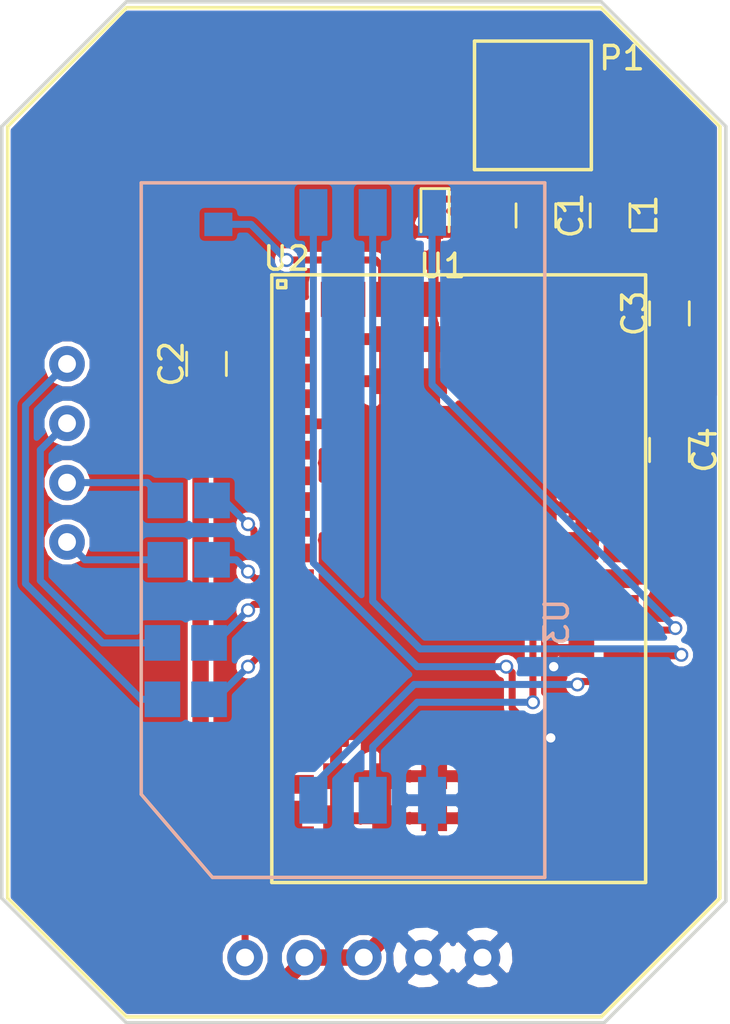
<source format=kicad_pcb>
(kicad_pcb (version 4) (host pcbnew 4.0.6-e0-6349~53~ubuntu16.04.1)

  (general
    (links 88)
    (no_connects 0)
    (area 196.393999 74.844 227.869 120.963)
    (thickness 1.6)
    (drawings 13)
    (tracks 144)
    (zones 0)
    (modules 15)
    (nets 19)
  )

  (page A4)
  (layers
    (0 F.Cu signal)
    (31 B.Cu signal)
    (32 B.Adhes user)
    (33 F.Adhes user)
    (34 B.Paste user)
    (35 F.Paste user)
    (36 B.SilkS user)
    (37 F.SilkS user)
    (38 B.Mask user)
    (39 F.Mask user)
    (40 Dwgs.User user)
    (41 Cmts.User user)
    (42 Eco1.User user)
    (43 Eco2.User user)
    (44 Edge.Cuts user)
    (45 Margin user)
    (46 B.CrtYd user)
    (47 F.CrtYd user)
    (48 B.Fab user)
    (49 F.Fab user)
  )

  (setup
    (last_trace_width 0.7)
    (trace_clearance 0.2)
    (zone_clearance 0.2)
    (zone_45_only no)
    (trace_min 0.2)
    (segment_width 0.2)
    (edge_width 0.15)
    (via_size 0.6)
    (via_drill 0.4)
    (via_min_size 0.4)
    (via_min_drill 0.3)
    (uvia_size 0.3)
    (uvia_drill 0.1)
    (uvias_allowed no)
    (uvia_min_size 0.2)
    (uvia_min_drill 0.1)
    (pcb_text_width 0.3)
    (pcb_text_size 1.5 1.5)
    (mod_edge_width 0.15)
    (mod_text_size 1 1)
    (mod_text_width 0.15)
    (pad_size 1.524 1.524)
    (pad_drill 0.762)
    (pad_to_mask_clearance 0.2)
    (aux_axis_origin 0 0)
    (visible_elements FFFFFF7F)
    (pcbplotparams
      (layerselection 0x010e0_80000001)
      (usegerberextensions false)
      (excludeedgelayer true)
      (linewidth 0.100000)
      (plotframeref false)
      (viasonmask false)
      (mode 1)
      (useauxorigin false)
      (hpglpennumber 1)
      (hpglpenspeed 20)
      (hpglpendiameter 15)
      (hpglpenoverlay 2)
      (psnegative false)
      (psa4output false)
      (plotreference true)
      (plotvalue true)
      (plotinvisibletext false)
      (padsonsilk false)
      (subtractmaskfromsilk false)
      (outputformat 1)
      (mirror false)
      (drillshape 0)
      (scaleselection 1)
      (outputdirectory ""))
  )

  (net 0 "")
  (net 1 "Net-(ANTENNA_DET1-Pad1)")
  (net 2 "Net-(C1-Pad1)")
  (net 3 "Net-(C1-Pad2)")
  (net 4 UART_RX)
  (net 5 UART_TX)
  (net 6 UART_RTS)
  (net 7 UART_CTS)
  (net 8 SARA_reset)
  (net 9 3.3V)
  (net 10 GND)
  (net 11 "Net-(SJ1-Pad2)")
  (net 12 "Net-(SJ2-Pad2)")
  (net 13 "Net-(SJ3-Pad2)")
  (net 14 "Net-(SJ4-Pad2)")
  (net 15 "Net-(U2-Pad38)")
  (net 16 "Net-(U2-Pad39)")
  (net 17 "Net-(U2-Pad40)")
  (net 18 "Net-(U2-Pad41)")

  (net_class Default "This is the default net class."
    (clearance 0.2)
    (trace_width 0.7)
    (via_dia 0.6)
    (via_drill 0.4)
    (uvia_dia 0.3)
    (uvia_drill 0.1)
    (add_net 3.3V)
    (add_net GND)
    (add_net "Net-(ANTENNA_DET1-Pad1)")
    (add_net "Net-(C1-Pad1)")
    (add_net "Net-(C1-Pad2)")
    (add_net "Net-(SJ1-Pad2)")
    (add_net "Net-(SJ2-Pad2)")
    (add_net "Net-(SJ3-Pad2)")
    (add_net "Net-(SJ4-Pad2)")
    (add_net "Net-(U2-Pad38)")
    (add_net "Net-(U2-Pad39)")
    (add_net "Net-(U2-Pad40)")
    (add_net "Net-(U2-Pad41)")
    (add_net SARA_reset)
    (add_net UART_CTS)
    (add_net UART_RTS)
    (add_net UART_RX)
    (add_net UART_TX)
  )

  (module labka_footprints:solder_jumper_bott (layer F.Cu) (tedit 591459F7) (tstamp 591575EC)
    (at 204.47 100.711)
    (path /5915B193)
    (fp_text reference SJ1 (at 3 -3) (layer F.SilkS) hide
      (effects (font (size 1 1) (thickness 0.15)))
    )
    (fp_text value solder_jumper (at 0 3.5) (layer F.Fab) hide
      (effects (font (size 1 1) (thickness 0.15)))
    )
    (pad 1 smd rect (at -1 0) (size 1.524 1.524) (layers B.Cu B.Paste B.Mask)
      (net 7 UART_CTS))
    (pad 2 smd rect (at 1 0) (size 1.524 1.524) (layers B.Cu B.Paste B.Mask)
      (net 11 "Net-(SJ1-Pad2)"))
  )

  (module labka_footprints:solder_jumper_bott (layer F.Cu) (tedit 591459F7) (tstamp 591575F2)
    (at 204.343 106.68)
    (path /5915B191)
    (fp_text reference SJ2 (at 3 -3) (layer F.SilkS) hide
      (effects (font (size 1 1) (thickness 0.15)))
    )
    (fp_text value solder_jumper (at 0 3.5) (layer F.Fab) hide
      (effects (font (size 1 1) (thickness 0.15)))
    )
    (pad 1 smd rect (at -1 0) (size 1.524 1.524) (layers B.Cu B.Paste B.Mask)
      (net 4 UART_RX))
    (pad 2 smd rect (at 1 0) (size 1.524 1.524) (layers B.Cu B.Paste B.Mask)
      (net 12 "Net-(SJ2-Pad2)"))
  )

  (module labka_footprints:solder_jumper_bott (layer F.Cu) (tedit 591459F7) (tstamp 591575F8)
    (at 204.47 98.171)
    (path /5915B192)
    (fp_text reference SJ3 (at 3 -3) (layer F.SilkS) hide
      (effects (font (size 1 1) (thickness 0.15)))
    )
    (fp_text value solder_jumper (at 0 3.5) (layer F.Fab) hide
      (effects (font (size 1 1) (thickness 0.15)))
    )
    (pad 1 smd rect (at -1 0) (size 1.524 1.524) (layers B.Cu B.Paste B.Mask)
      (net 6 UART_RTS))
    (pad 2 smd rect (at 1 0) (size 1.524 1.524) (layers B.Cu B.Paste B.Mask)
      (net 13 "Net-(SJ3-Pad2)"))
  )

  (module labka_footprints:solder_jumper_bott (layer F.Cu) (tedit 591459F7) (tstamp 591575FE)
    (at 204.343 104.267)
    (path /5915B194)
    (fp_text reference SJ4 (at 3 -3) (layer F.SilkS) hide
      (effects (font (size 1 1) (thickness 0.15)))
    )
    (fp_text value solder_jumper (at 0 3.5) (layer F.Fab) hide
      (effects (font (size 1 1) (thickness 0.15)))
    )
    (pad 1 smd rect (at -1 0) (size 1.524 1.524) (layers B.Cu B.Paste B.Mask)
      (net 5 UART_TX))
    (pad 2 smd rect (at 1 0) (size 1.524 1.524) (layers B.Cu B.Paste B.Mask)
      (net 14 "Net-(SJ4-Pad2)"))
  )

  (module Diodes_SMD:D_SOD-523 (layer F.Cu) (tedit 59158398) (tstamp 59157604)
    (at 215.011 85.979 270)
    (descr "http://www.diodes.com/datasheets/ap02001.pdf p.144")
    (tags "Diode SOD523")
    (path /5915B17A)
    (attr smd)
    (fp_text reference U1 (at 2.159 -0.3175 360) (layer F.SilkS)
      (effects (font (size 1 1) (thickness 0.15)))
    )
    (fp_text value ESD5B5 (at 0 1.7 270) (layer F.Fab) hide
      (effects (font (size 1 1) (thickness 0.15)))
    )
    (fp_line (start -1.15 -0.6) (end -1.15 0.6) (layer F.SilkS) (width 0.12))
    (fp_line (start 1.25 -0.7) (end 1.25 0.7) (layer F.CrtYd) (width 0.05))
    (fp_line (start -1.25 -0.7) (end 1.25 -0.7) (layer F.CrtYd) (width 0.05))
    (fp_line (start -1.25 0.7) (end -1.25 -0.7) (layer F.CrtYd) (width 0.05))
    (fp_line (start 1.25 0.7) (end -1.25 0.7) (layer F.CrtYd) (width 0.05))
    (fp_line (start 0.1 0) (end 0.25 0) (layer F.Fab) (width 0.1))
    (fp_line (start 0.1 -0.2) (end -0.2 0) (layer F.Fab) (width 0.1))
    (fp_line (start 0.1 0.2) (end 0.1 -0.2) (layer F.Fab) (width 0.1))
    (fp_line (start -0.2 0) (end 0.1 0.2) (layer F.Fab) (width 0.1))
    (fp_line (start -0.2 0) (end -0.35 0) (layer F.Fab) (width 0.1))
    (fp_line (start -0.2 0.2) (end -0.2 -0.2) (layer F.Fab) (width 0.1))
    (fp_line (start 0.65 -0.45) (end 0.65 0.45) (layer F.Fab) (width 0.1))
    (fp_line (start -0.65 -0.45) (end 0.65 -0.45) (layer F.Fab) (width 0.1))
    (fp_line (start -0.65 0.45) (end -0.65 -0.45) (layer F.Fab) (width 0.1))
    (fp_line (start 0.65 0.45) (end -0.65 0.45) (layer F.Fab) (width 0.1))
    (fp_line (start 0.7 -0.6) (end -1.15 -0.6) (layer F.SilkS) (width 0.12))
    (fp_line (start 0.7 0.6) (end -1.15 0.6) (layer F.SilkS) (width 0.12))
    (pad 2 smd rect (at 0.7 0 90) (size 0.6 0.7) (layers F.Cu F.Paste F.Mask)
      (net 10 GND))
    (pad 1 smd rect (at -0.7 0 90) (size 0.6 0.7) (layers F.Cu F.Paste F.Mask)
      (net 2 "Net-(C1-Pad1)"))
  )

  (module sim_moje_bottom:SIM2 (layer F.Cu) (tedit 58BD58B8) (tstamp 59157672)
    (at 219.71 114.3 90)
    (path /5915B196)
    (fp_text reference U3 (at 10.922 0.508 90) (layer B.SilkS)
      (effects (font (size 1 1) (thickness 0.15)) (justify mirror))
    )
    (fp_text value SIM (at 15.621 -8.89 90) (layer B.Fab)
      (effects (font (size 1 1) (thickness 0.15)) (justify mirror))
    )
    (fp_line (start 0 -14.224) (end 0 0) (layer B.SilkS) (width 0.15))
    (fp_line (start 3.556 -17.272) (end 29.718 -17.272) (layer B.SilkS) (width 0.15))
    (fp_line (start 0 -14.224) (end 3.556 -17.272) (layer B.SilkS) (width 0.15))
    (fp_line (start 29.718 -17.272) (end 29.718 0) (layer B.SilkS) (width 0.15))
    (fp_line (start 29.718 0) (end 0 0) (layer B.SilkS) (width 0.15))
    (pad 4 smd rect (at 28.448 -4.826 90) (size 2 1.2) (layers B.Cu B.Paste B.Mask)
      (net 18 "Net-(U2-Pad41)"))
    (pad 5 smd rect (at 28.448 -7.366 90) (size 2 1.2) (layers B.Cu B.Paste B.Mask)
      (net 17 "Net-(U2-Pad40)"))
    (pad 6 smd rect (at 28.448 -9.906 90) (size 2 1.2) (layers B.Cu B.Paste B.Mask)
      (net 15 "Net-(U2-Pad38)"))
    (pad 1 smd rect (at 3.302 -9.906 90) (size 2 1.2) (layers B.Cu B.Paste B.Mask)
      (net 16 "Net-(U2-Pad39)"))
    (pad 2 smd rect (at 3.302 -7.366 90) (size 2 1.2) (layers B.Cu B.Paste B.Mask)
      (net 18 "Net-(U2-Pad41)"))
    (pad 3 smd rect (at 3.302 -4.826 90) (size 2 1.2) (layers B.Cu B.Paste B.Mask)
      (net 10 GND))
  )

  (module labka_footprints:smd_point_bottom (layer F.Cu) (tedit 59157551) (tstamp 59157D1B)
    (at 205.74 86.36 90)
    (path /5915B179)
    (fp_text reference ANTENNA_DET1 (at 0 2 90) (layer F.SilkS) hide
      (effects (font (size 1 1) (thickness 0.15)))
    )
    (fp_text value ANTENNA_DET (at 0 -2 90) (layer F.Fab) hide
      (effects (font (size 1 1) (thickness 0.15)))
    )
    (pad 1 smd rect (at 0 0 90) (size 1 1.2) (layers B.Cu B.Paste B.Mask)
      (net 1 "Net-(ANTENNA_DET1-Pad1)"))
  )

  (module labka_footprints:Antenna_conn (layer F.Cu) (tedit 591582FF) (tstamp 59157D1F)
    (at 219.202 80.518 270)
    (path /5915B198)
    (fp_text reference P1 (at -1.27 -3.81 360) (layer F.SilkS)
      (effects (font (size 1 1) (thickness 0.15)))
    )
    (fp_text value SMA_mini (at 0 4 270) (layer F.Fab) hide
      (effects (font (size 1 1) (thickness 0.15)))
    )
    (fp_line (start -2 -2.5) (end 3.5 -2.5) (layer F.SilkS) (width 0.15))
    (fp_line (start 3.5 -2.5) (end 3.5 2.5) (layer F.SilkS) (width 0.15))
    (fp_line (start 3.5 2.5) (end -2 2.5) (layer F.SilkS) (width 0.15))
    (fp_line (start -2 2.5) (end -2 -2.5) (layer F.SilkS) (width 0.15))
    (pad 1 smd rect (at 0 1.5 270) (size 2.2 1) (layers F.Cu F.Paste F.Mask)
      (net 10 GND))
    (pad 2 smd rect (at 2 0 270) (size 1.4 1) (layers F.Cu F.Paste F.Mask)
      (net 2 "Net-(C1-Pad1)"))
    (pad 3 smd rect (at 0 -1.5 270) (size 2.2 1) (layers F.Cu F.Paste F.Mask)
      (net 10 GND))
  )

  (module Capacitors_SMD:C_0805 (layer F.Cu) (tedit 58AA8463) (tstamp 5933E375)
    (at 219.329 85.979 270)
    (descr "Capacitor SMD 0805, reflow soldering, AVX (see smccp.pdf)")
    (tags "capacitor 0805")
    (path /5915B175)
    (attr smd)
    (fp_text reference C1 (at 0 -1.5 270) (layer F.SilkS)
      (effects (font (size 1 1) (thickness 0.15)))
    )
    (fp_text value 4.3pF (at 0 1.75 270) (layer F.Fab)
      (effects (font (size 1 1) (thickness 0.15)))
    )
    (fp_text user %R (at 0 -1.5 270) (layer F.Fab)
      (effects (font (size 1 1) (thickness 0.15)))
    )
    (fp_line (start -1 0.62) (end -1 -0.62) (layer F.Fab) (width 0.1))
    (fp_line (start 1 0.62) (end -1 0.62) (layer F.Fab) (width 0.1))
    (fp_line (start 1 -0.62) (end 1 0.62) (layer F.Fab) (width 0.1))
    (fp_line (start -1 -0.62) (end 1 -0.62) (layer F.Fab) (width 0.1))
    (fp_line (start 0.5 -0.85) (end -0.5 -0.85) (layer F.SilkS) (width 0.12))
    (fp_line (start -0.5 0.85) (end 0.5 0.85) (layer F.SilkS) (width 0.12))
    (fp_line (start -1.75 -0.88) (end 1.75 -0.88) (layer F.CrtYd) (width 0.05))
    (fp_line (start -1.75 -0.88) (end -1.75 0.87) (layer F.CrtYd) (width 0.05))
    (fp_line (start 1.75 0.87) (end 1.75 -0.88) (layer F.CrtYd) (width 0.05))
    (fp_line (start 1.75 0.87) (end -1.75 0.87) (layer F.CrtYd) (width 0.05))
    (pad 1 smd rect (at -1 0 270) (size 1 1.25) (layers F.Cu F.Paste F.Mask)
      (net 2 "Net-(C1-Pad1)"))
    (pad 2 smd rect (at 1 0 270) (size 1 1.25) (layers F.Cu F.Paste F.Mask)
      (net 3 "Net-(C1-Pad2)"))
    (model Capacitors_SMD.3dshapes/C_0805.wrl
      (at (xyz 0 0 0))
      (scale (xyz 1 1 1))
      (rotate (xyz 0 0 0))
    )
  )

  (module Capacitors_SMD:C_0805 (layer F.Cu) (tedit 58AA8463) (tstamp 5933E37A)
    (at 222.504 85.979 270)
    (descr "Capacitor SMD 0805, reflow soldering, AVX (see smccp.pdf)")
    (tags "capacitor 0805")
    (path /5915B174)
    (attr smd)
    (fp_text reference L1 (at 0 -1.5 270) (layer F.SilkS)
      (effects (font (size 1 1) (thickness 0.15)))
    )
    (fp_text value L (at 0 1.75 270) (layer F.Fab)
      (effects (font (size 1 1) (thickness 0.15)))
    )
    (fp_text user %R (at 0 -1.5 270) (layer F.Fab)
      (effects (font (size 1 1) (thickness 0.15)))
    )
    (fp_line (start -1 0.62) (end -1 -0.62) (layer F.Fab) (width 0.1))
    (fp_line (start 1 0.62) (end -1 0.62) (layer F.Fab) (width 0.1))
    (fp_line (start 1 -0.62) (end 1 0.62) (layer F.Fab) (width 0.1))
    (fp_line (start -1 -0.62) (end 1 -0.62) (layer F.Fab) (width 0.1))
    (fp_line (start 0.5 -0.85) (end -0.5 -0.85) (layer F.SilkS) (width 0.12))
    (fp_line (start -0.5 0.85) (end 0.5 0.85) (layer F.SilkS) (width 0.12))
    (fp_line (start -1.75 -0.88) (end 1.75 -0.88) (layer F.CrtYd) (width 0.05))
    (fp_line (start -1.75 -0.88) (end -1.75 0.87) (layer F.CrtYd) (width 0.05))
    (fp_line (start 1.75 0.87) (end 1.75 -0.88) (layer F.CrtYd) (width 0.05))
    (fp_line (start 1.75 0.87) (end -1.75 0.87) (layer F.CrtYd) (width 0.05))
    (pad 1 smd rect (at -1 0 270) (size 1 1.25) (layers F.Cu F.Paste F.Mask)
      (net 2 "Net-(C1-Pad1)"))
    (pad 2 smd rect (at 1 0 270) (size 1 1.25) (layers F.Cu F.Paste F.Mask)
      (net 10 GND))
    (model Capacitors_SMD.3dshapes/C_0805.wrl
      (at (xyz 0 0 0))
      (scale (xyz 1 1 1))
      (rotate (xyz 0 0 0))
    )
  )

  (module labka_footprints:SARA (layer F.Cu) (tedit 5933DFE0) (tstamp 5933E37F)
    (at 208.026 88.519)
    (path /5915B172)
    (fp_text reference U2 (at 0.635 -0.6985) (layer F.SilkS)
      (effects (font (size 1 1) (thickness 0.15)))
    )
    (fp_text value SARA-N210 (at 2.9 -1.1) (layer F.Fab) hide
      (effects (font (size 1 1) (thickness 0.15)))
    )
    (fp_line (start 0.25 0.25) (end 0.25 0.55) (layer F.SilkS) (width 0.15))
    (fp_line (start 0.25 0.55) (end 0.6 0.55) (layer F.SilkS) (width 0.15))
    (fp_line (start 0.6 0.55) (end 0.6 0.25) (layer F.SilkS) (width 0.15))
    (fp_line (start 0.6 0.25) (end 0.25 0.25) (layer F.SilkS) (width 0.15))
    (fp_line (start 0 0) (end 16 0) (layer F.SilkS) (width 0.15))
    (fp_line (start 16 0) (end 16 26) (layer F.SilkS) (width 0.15))
    (fp_line (start 16 26) (end 0 26) (layer F.SilkS) (width 0.15))
    (fp_line (start 0 26) (end 0 0) (layer F.SilkS) (width 0.15))
    (pad 1 smd trapezoid (at 1.05 2) (size 1.5 0.8) (layers F.Cu F.Paste F.Mask)
      (net 10 GND))
    (pad 2 smd trapezoid (at 1.05 3.1) (size 1.5 0.8) (layers F.Cu F.Paste F.Mask))
    (pad 3 smd trapezoid (at 1.05 4.2) (size 1.5 0.8) (layers F.Cu F.Paste F.Mask)
      (net 10 GND))
    (pad 4 smd trapezoid (at 1.05 5.3) (size 1.5 0.8) (layers F.Cu F.Paste F.Mask)
      (net 9 3.3V))
    (pad 5 smd trapezoid (at 1.05 6.4) (size 1.5 0.8) (layers F.Cu F.Paste F.Mask)
      (net 10 GND))
    (pad 6 smd trapezoid (at 1.05 7.5) (size 1.5 0.8) (layers F.Cu F.Paste F.Mask))
    (pad 7 smd trapezoid (at 1.05 8.6) (size 1.5 0.8) (layers F.Cu F.Paste F.Mask))
    (pad 8 smd trapezoid (at 1.05 9.7) (size 1.5 0.8) (layers F.Cu F.Paste F.Mask))
    (pad 9 smd trapezoid (at 1.05 10.8) (size 1.5 0.8) (layers F.Cu F.Paste F.Mask))
    (pad 10 smd trapezoid (at 1.05 11.9) (size 1.5 0.8) (layers F.Cu F.Paste F.Mask)
      (net 13 "Net-(SJ3-Pad2)"))
    (pad 11 smd trapezoid (at 1.05 13) (size 1.5 0.8) (layers F.Cu F.Paste F.Mask)
      (net 11 "Net-(SJ1-Pad2)"))
    (pad 12 smd trapezoid (at 1.05 14.1) (size 1.5 0.8) (layers F.Cu F.Paste F.Mask)
      (net 14 "Net-(SJ4-Pad2)"))
    (pad 13 smd trapezoid (at 1.05 15.2) (size 1.5 0.8) (layers F.Cu F.Paste F.Mask)
      (net 12 "Net-(SJ2-Pad2)"))
    (pad 14 smd trapezoid (at 1.05 16.3) (size 1.5 0.8) (layers F.Cu F.Paste F.Mask)
      (net 10 GND))
    (pad 15 smd trapezoid (at 1.05 17.4) (size 1.5 0.8) (layers F.Cu F.Paste F.Mask))
    (pad 16 smd trapezoid (at 1.05 18.5) (size 1.5 0.8) (layers F.Cu F.Paste F.Mask))
    (pad 17 smd trapezoid (at 1.05 19.6) (size 1.5 0.8) (layers F.Cu F.Paste F.Mask))
    (pad 18 smd trapezoid (at 1.05 20.7) (size 1.5 0.8) (layers F.Cu F.Paste F.Mask)
      (net 8 SARA_reset))
    (pad 19 smd trapezoid (at 1.05 21.8) (size 1.5 0.8) (layers F.Cu F.Paste F.Mask))
    (pad 20 smd trapezoid (at 1.05 22.9) (size 1.5 0.8) (layers F.Cu F.Paste F.Mask)
      (net 10 GND))
    (pad 21 smd trapezoid (at 1.05 24) (size 1.5 0.8) (layers F.Cu F.Paste F.Mask)
      (net 10 GND))
    (pad 22 smd trapezoid (at 2.5 24.95) (size 0.8 1.5) (layers F.Cu F.Paste F.Mask)
      (net 10 GND))
    (pad 23 smd trapezoid (at 3.6 24.95) (size 0.8 1.5) (layers F.Cu F.Paste F.Mask))
    (pad 24 smd trapezoid (at 4.7 24.95) (size 0.8 1.5) (layers F.Cu F.Paste F.Mask))
    (pad 25 smd trapezoid (at 5.8 24.95) (size 0.8 1.5) (layers F.Cu F.Paste F.Mask))
    (pad 26 smd trapezoid (at 6.9 24.95) (size 0.8 1.5) (layers F.Cu F.Paste F.Mask))
    (pad 27 smd trapezoid (at 8 24.95) (size 0.8 1.5) (layers F.Cu F.Paste F.Mask))
    (pad 28 smd trapezoid (at 9.1 24.95) (size 0.8 1.5) (layers F.Cu F.Paste F.Mask))
    (pad 29 smd trapezoid (at 10.2 24.95) (size 0.8 1.5) (layers F.Cu F.Paste F.Mask))
    (pad 30 smd trapezoid (at 11.3 24.95) (size 0.8 1.5) (layers F.Cu F.Paste F.Mask)
      (net 10 GND))
    (pad 31 smd trapezoid (at 12.4 24.95) (size 0.8 1.5) (layers F.Cu F.Paste F.Mask))
    (pad 32 smd trapezoid (at 13.5 24.95) (size 0.8 1.5) (layers F.Cu F.Paste F.Mask)
      (net 10 GND))
    (pad 33 smd trapezoid (at 14.95 24) (size 1.5 0.8) (layers F.Cu F.Paste F.Mask))
    (pad 34 smd trapezoid (at 14.95 22.9) (size 1.5 0.8) (layers F.Cu F.Paste F.Mask))
    (pad 35 smd trapezoid (at 14.95 21.8) (size 1.5 0.8) (layers F.Cu F.Paste F.Mask))
    (pad 36 smd trapezoid (at 14.95 20.7) (size 1.5 0.8) (layers F.Cu F.Paste F.Mask))
    (pad 37 smd trapezoid (at 14.95 19.6) (size 1.5 0.8) (layers F.Cu F.Paste F.Mask))
    (pad 38 smd trapezoid (at 14.95 18.5) (size 1.5 0.8) (layers F.Cu F.Paste F.Mask)
      (net 15 "Net-(U2-Pad38)"))
    (pad 39 smd trapezoid (at 14.95 17.4) (size 1.5 0.8) (layers F.Cu F.Paste F.Mask)
      (net 16 "Net-(U2-Pad39)"))
    (pad 40 smd trapezoid (at 14.95 16.3) (size 1.5 0.8) (layers F.Cu F.Paste F.Mask)
      (net 17 "Net-(U2-Pad40)"))
    (pad 41 smd trapezoid (at 14.95 15.2) (size 1.5 0.8) (layers F.Cu F.Paste F.Mask)
      (net 18 "Net-(U2-Pad41)"))
    (pad 42 smd trapezoid (at 14.95 14.1) (size 1.5 0.8) (layers F.Cu F.Paste F.Mask))
    (pad 43 smd trapezoid (at 14.95 13) (size 1.5 0.8) (layers F.Cu F.Paste F.Mask)
      (net 10 GND))
    (pad 44 smd trapezoid (at 14.95 11.9) (size 1.5 0.8) (layers F.Cu F.Paste F.Mask))
    (pad 45 smd trapezoid (at 14.95 10.8) (size 1.5 0.8) (layers F.Cu F.Paste F.Mask))
    (pad 46 smd trapezoid (at 14.95 9.7) (size 1.5 0.8) (layers F.Cu F.Paste F.Mask))
    (pad 47 smd trapezoid (at 14.95 8.6) (size 1.5 0.8) (layers F.Cu F.Paste F.Mask))
    (pad 48 smd trapezoid (at 14.95 7.5) (size 1.5 0.8) (layers F.Cu F.Paste F.Mask))
    (pad 49 smd trapezoid (at 14.95 6.4) (size 1.5 0.8) (layers F.Cu F.Paste F.Mask))
    (pad 50 smd trapezoid (at 14.95 5.3) (size 1.5 0.8) (layers F.Cu F.Paste F.Mask)
      (net 10 GND))
    (pad 51 smd trapezoid (at 14.95 4.2) (size 1.5 0.8) (layers F.Cu F.Paste F.Mask)
      (net 9 3.3V))
    (pad 52 smd trapezoid (at 14.95 3.1) (size 1.5 0.8) (layers F.Cu F.Paste F.Mask)
      (net 9 3.3V))
    (pad 53 smd trapezoid (at 14.95 2) (size 1.5 0.8) (layers F.Cu F.Paste F.Mask)
      (net 9 3.3V))
    (pad 54 smd trapezoid (at 13.5 1.05) (size 0.8 1.5) (layers F.Cu F.Paste F.Mask)
      (net 10 GND))
    (pad 55 smd trapezoid (at 12.4 1.05) (size 0.8 1.5) (layers F.Cu F.Paste F.Mask)
      (net 10 GND))
    (pad 56 smd trapezoid (at 11.3 1.05) (size 0.8 1.5) (layers F.Cu F.Paste F.Mask)
      (net 3 "Net-(C1-Pad2)"))
    (pad 57 smd trapezoid (at 10.2 1.05) (size 0.8 1.5) (layers F.Cu F.Paste F.Mask)
      (net 10 GND))
    (pad 58 smd trapezoid (at 9.1 1.05) (size 0.8 1.5) (layers F.Cu F.Paste F.Mask)
      (net 10 GND))
    (pad 59 smd trapezoid (at 8 1.05) (size 0.8 1.5) (layers F.Cu F.Paste F.Mask)
      (net 10 GND))
    (pad 60 smd trapezoid (at 6.9 1.05) (size 0.8 1.5) (layers F.Cu F.Paste F.Mask)
      (net 10 GND))
    (pad 61 smd trapezoid (at 5.8 1.05) (size 0.8 1.5) (layers F.Cu F.Paste F.Mask)
      (net 10 GND))
    (pad 62 smd trapezoid (at 4.7 1.05) (size 0.8 1.5) (layers F.Cu F.Paste F.Mask)
      (net 1 "Net-(ANTENNA_DET1-Pad1)"))
    (pad 63 smd trapezoid (at 3.6 1.05) (size 0.8 1.5) (layers F.Cu F.Paste F.Mask)
      (net 10 GND))
    (pad 64 smd trapezoid (at 2.5 1.05) (size 0.8 1.5) (layers F.Cu F.Paste F.Mask)
      (net 10 GND))
    (pad 65 smd rect (at 2.75 2.75) (size 1.1 1.1) (layers F.Cu F.Paste F.Mask)
      (net 10 GND))
    (pad 71 smd rect (at 2.75 4.55) (size 1.1 1.1) (layers F.Cu F.Paste F.Mask)
      (net 10 GND))
    (pad 66 smd rect (at 4.85 2.75) (size 1.1 1.1) (layers F.Cu F.Paste F.Mask)
      (net 10 GND))
    (pad 67 smd rect (at 6.95 2.75) (size 1.1 1.1) (layers F.Cu F.Paste F.Mask)
      (net 10 GND))
    (pad 68 smd rect (at 9.05 2.75) (size 1.1 1.1) (layers F.Cu F.Paste F.Mask)
      (net 10 GND))
    (pad 69 smd rect (at 11.15 2.75) (size 1.1 1.1) (layers F.Cu F.Paste F.Mask)
      (net 10 GND))
    (pad 70 smd rect (at 13.25 2.75) (size 1.1 1.1) (layers F.Cu F.Paste F.Mask)
      (net 10 GND))
    (pad 72 smd rect (at 4.85 4.55) (size 1.1 1.1) (layers F.Cu F.Paste F.Mask)
      (net 10 GND))
    (pad 73 smd rect (at 6.95 4.55) (size 1.1 1.1) (layers F.Cu F.Paste F.Mask)
      (net 10 GND))
    (pad 74 smd rect (at 9.05 4.55) (size 1.1 1.1) (layers F.Cu F.Paste F.Mask)
      (net 10 GND))
    (pad 75 smd rect (at 11.15 4.55) (size 1.1 1.1) (layers F.Cu F.Paste F.Mask)
      (net 10 GND))
    (pad 76 smd rect (at 13.25 4.55) (size 1.1 1.1) (layers F.Cu F.Paste F.Mask)
      (net 10 GND))
    (pad 77 smd rect (at 2.75 6.35) (size 1.1 1.1) (layers F.Cu F.Paste F.Mask)
      (net 10 GND))
    (pad 78 smd rect (at 13.25 6.35) (size 1.1 1.1) (layers F.Cu F.Paste F.Mask)
      (net 10 GND))
    (pad 79 smd rect (at 2.75 9.95) (size 1.1 1.1) (layers F.Cu F.Paste F.Mask)
      (net 10 GND))
    (pad 80 smd rect (at 13.25 9.95) (size 1.1 1.1) (layers F.Cu F.Paste F.Mask)
      (net 10 GND))
    (pad 91 smd rect (at 2.75 23.25) (size 1.1 1.1) (layers F.Cu F.Paste F.Mask)
      (net 10 GND))
    (pad 92 smd rect (at 4.85 23.25) (size 1.1 1.1) (layers F.Cu F.Paste F.Mask)
      (net 10 GND))
    (pad 93 smd rect (at 6.95 23.25) (size 1.1 1.1) (layers F.Cu F.Paste F.Mask)
      (net 10 GND))
    (pad 94 smd rect (at 9.05 23.25) (size 1.1 1.1) (layers F.Cu F.Paste F.Mask)
      (net 10 GND))
    (pad 95 smd rect (at 11.15 23.25) (size 1.1 1.1) (layers F.Cu F.Paste F.Mask)
      (net 10 GND))
    (pad 96 smd rect (at 13.25 23.25) (size 1.1 1.1) (layers F.Cu F.Paste F.Mask)
      (net 10 GND))
    (pad 90 smd rect (at 13.25 21.45) (size 1.1 1.1) (layers F.Cu F.Paste F.Mask)
      (net 10 GND))
    (pad 89 smd rect (at 11.15 21.45) (size 1.1 1.1) (layers F.Cu F.Paste F.Mask)
      (net 10 GND))
    (pad 88 smd rect (at 9.05 21.45) (size 1.1 1.1) (layers F.Cu F.Paste F.Mask)
      (net 10 GND))
    (pad 87 smd rect (at 6.95 21.45) (size 1.1 1.1) (layers F.Cu F.Paste F.Mask)
      (net 10 GND))
    (pad 86 smd rect (at 4.85 21.45) (size 1.1 1.1) (layers F.Cu F.Paste F.Mask)
      (net 10 GND))
    (pad 85 smd rect (at 2.75 21.45) (size 1.1 1.1) (layers F.Cu F.Paste F.Mask)
      (net 10 GND))
    (pad 83 smd rect (at 2.75 19.65) (size 1.1 1.1) (layers F.Cu F.Paste F.Mask)
      (net 10 GND))
    (pad 84 smd rect (at 13.25 19.65) (size 1.1 1.1) (layers F.Cu F.Paste F.Mask)
      (net 10 GND))
    (pad 81 smd rect (at 2.75 16.05) (size 1.1 1.1) (layers F.Cu F.Paste F.Mask)
      (net 10 GND))
    (pad 82 smd rect (at 13.25 16.05) (size 1.1 1.1) (layers F.Cu F.Paste F.Mask)
      (net 10 GND))
  )

  (module labka_footprints:wireless_footprint (layer F.Cu) (tedit 5933EEE2) (tstamp 5933E3FE)
    (at 214.503 105.029)
    (path /59345423)
    (fp_text reference U4 (at 11.557 14.859) (layer F.SilkS) hide
      (effects (font (size 1 1) (thickness 0.15)))
    )
    (fp_text value wireless_pcb_modul (at -2.54 -29.21) (layer F.Fab) hide
      (effects (font (size 1 1) (thickness 0.15)))
    )
    (fp_line (start -12.7 -27.94) (end 7.62 -27.94) (layer F.SilkS) (width 0.15))
    (fp_line (start 12.7 10.16) (end 12.7 -22.86) (layer F.SilkS) (width 0.15))
    (fp_line (start -12.7 15.24) (end 7.62 15.24) (layer F.SilkS) (width 0.15))
    (fp_line (start -17.78 -22.86) (end -17.78 10.16) (layer F.SilkS) (width 0.15))
    (fp_line (start -12.7 15.24) (end -17.78 10.16) (layer F.SilkS) (width 0.15))
    (fp_line (start 7.62 15.24) (end 12.7 10.16) (layer F.SilkS) (width 0.15))
    (fp_line (start 7.62 -27.94) (end 12.7 -22.86) (layer F.SilkS) (width 0.15))
    (fp_line (start -17.78 -22.86) (end -12.7 -27.94) (layer F.SilkS) (width 0.15))
    (pad 1 thru_hole circle (at -15.24 -12.7) (size 1.524 1.524) (drill 0.762) (layers *.Cu *.Mask)
      (net 4 UART_RX))
    (pad 2 thru_hole circle (at -15.24 -10.16) (size 1.524 1.524) (drill 0.762) (layers *.Cu *.Mask)
      (net 5 UART_TX))
    (pad 3 thru_hole circle (at -15.24 -7.62) (size 1.524 1.524) (drill 0.762) (layers *.Cu *.Mask)
      (net 6 UART_RTS))
    (pad 4 thru_hole circle (at -15.24 -5.08) (size 1.524 1.524) (drill 0.762) (layers *.Cu *.Mask)
      (net 7 UART_CTS))
    (pad 5 thru_hole circle (at -7.62 12.7) (size 1.524 1.524) (drill 0.762) (layers *.Cu *.Mask)
      (net 8 SARA_reset))
    (pad 6 thru_hole circle (at -5.08 12.7) (size 1.524 1.524) (drill 0.762) (layers *.Cu *.Mask)
      (net 9 3.3V))
    (pad 7 thru_hole circle (at -2.54 12.7) (size 1.524 1.524) (drill 0.762) (layers *.Cu *.Mask)
      (net 9 3.3V))
    (pad 8 thru_hole circle (at 0 12.7) (size 1.524 1.524) (drill 0.762) (layers *.Cu *.Mask)
      (net 10 GND))
    (pad 9 thru_hole circle (at 2.54 12.7) (size 1.524 1.524) (drill 0.762) (layers *.Cu *.Mask)
      (net 10 GND))
  )

  (module Capacitors_SMD:C_0805 (layer F.Cu) (tedit 58AA8463) (tstamp 5933F27A)
    (at 205.232 92.329 90)
    (descr "Capacitor SMD 0805, reflow soldering, AVX (see smccp.pdf)")
    (tags "capacitor 0805")
    (path /59347516)
    (attr smd)
    (fp_text reference C2 (at 0 -1.5 90) (layer F.SilkS)
      (effects (font (size 1 1) (thickness 0.15)))
    )
    (fp_text value 100n (at 0 1.75 90) (layer F.Fab)
      (effects (font (size 1 1) (thickness 0.15)))
    )
    (fp_text user %R (at 0 -1.5 90) (layer F.Fab)
      (effects (font (size 1 1) (thickness 0.15)))
    )
    (fp_line (start -1 0.62) (end -1 -0.62) (layer F.Fab) (width 0.1))
    (fp_line (start 1 0.62) (end -1 0.62) (layer F.Fab) (width 0.1))
    (fp_line (start 1 -0.62) (end 1 0.62) (layer F.Fab) (width 0.1))
    (fp_line (start -1 -0.62) (end 1 -0.62) (layer F.Fab) (width 0.1))
    (fp_line (start 0.5 -0.85) (end -0.5 -0.85) (layer F.SilkS) (width 0.12))
    (fp_line (start -0.5 0.85) (end 0.5 0.85) (layer F.SilkS) (width 0.12))
    (fp_line (start -1.75 -0.88) (end 1.75 -0.88) (layer F.CrtYd) (width 0.05))
    (fp_line (start -1.75 -0.88) (end -1.75 0.87) (layer F.CrtYd) (width 0.05))
    (fp_line (start 1.75 0.87) (end 1.75 -0.88) (layer F.CrtYd) (width 0.05))
    (fp_line (start 1.75 0.87) (end -1.75 0.87) (layer F.CrtYd) (width 0.05))
    (pad 1 smd rect (at -1 0 90) (size 1 1.25) (layers F.Cu F.Paste F.Mask)
      (net 9 3.3V))
    (pad 2 smd rect (at 1 0 90) (size 1 1.25) (layers F.Cu F.Paste F.Mask)
      (net 10 GND))
    (model Capacitors_SMD.3dshapes/C_0805.wrl
      (at (xyz 0 0 0))
      (scale (xyz 1 1 1))
      (rotate (xyz 0 0 0))
    )
  )

  (module Capacitors_SMD:C_0805 (layer F.Cu) (tedit 58AA8463) (tstamp 5933F280)
    (at 225.044 90.17 90)
    (descr "Capacitor SMD 0805, reflow soldering, AVX (see smccp.pdf)")
    (tags "capacitor 0805")
    (path /59346BC3)
    (attr smd)
    (fp_text reference C3 (at 0 -1.5 90) (layer F.SilkS)
      (effects (font (size 1 1) (thickness 0.15)))
    )
    (fp_text value 56p (at 0 1.75 90) (layer F.Fab)
      (effects (font (size 1 1) (thickness 0.15)))
    )
    (fp_text user %R (at 0 -1.5 90) (layer F.Fab)
      (effects (font (size 1 1) (thickness 0.15)))
    )
    (fp_line (start -1 0.62) (end -1 -0.62) (layer F.Fab) (width 0.1))
    (fp_line (start 1 0.62) (end -1 0.62) (layer F.Fab) (width 0.1))
    (fp_line (start 1 -0.62) (end 1 0.62) (layer F.Fab) (width 0.1))
    (fp_line (start -1 -0.62) (end 1 -0.62) (layer F.Fab) (width 0.1))
    (fp_line (start 0.5 -0.85) (end -0.5 -0.85) (layer F.SilkS) (width 0.12))
    (fp_line (start -0.5 0.85) (end 0.5 0.85) (layer F.SilkS) (width 0.12))
    (fp_line (start -1.75 -0.88) (end 1.75 -0.88) (layer F.CrtYd) (width 0.05))
    (fp_line (start -1.75 -0.88) (end -1.75 0.87) (layer F.CrtYd) (width 0.05))
    (fp_line (start 1.75 0.87) (end 1.75 -0.88) (layer F.CrtYd) (width 0.05))
    (fp_line (start 1.75 0.87) (end -1.75 0.87) (layer F.CrtYd) (width 0.05))
    (pad 1 smd rect (at -1 0 90) (size 1 1.25) (layers F.Cu F.Paste F.Mask)
      (net 9 3.3V))
    (pad 2 smd rect (at 1 0 90) (size 1 1.25) (layers F.Cu F.Paste F.Mask)
      (net 10 GND))
    (model Capacitors_SMD.3dshapes/C_0805.wrl
      (at (xyz 0 0 0))
      (scale (xyz 1 1 1))
      (rotate (xyz 0 0 0))
    )
  )

  (module Capacitors_SMD:C_0805 (layer F.Cu) (tedit 58AA8463) (tstamp 5933F286)
    (at 225.044 96.012 270)
    (descr "Capacitor SMD 0805, reflow soldering, AVX (see smccp.pdf)")
    (tags "capacitor 0805")
    (path /59346D17)
    (attr smd)
    (fp_text reference C4 (at 0 -1.5 270) (layer F.SilkS)
      (effects (font (size 1 1) (thickness 0.15)))
    )
    (fp_text value 100n (at 0 1.75 270) (layer F.Fab)
      (effects (font (size 1 1) (thickness 0.15)))
    )
    (fp_text user %R (at 0 -1.5 270) (layer F.Fab)
      (effects (font (size 1 1) (thickness 0.15)))
    )
    (fp_line (start -1 0.62) (end -1 -0.62) (layer F.Fab) (width 0.1))
    (fp_line (start 1 0.62) (end -1 0.62) (layer F.Fab) (width 0.1))
    (fp_line (start 1 -0.62) (end 1 0.62) (layer F.Fab) (width 0.1))
    (fp_line (start -1 -0.62) (end 1 -0.62) (layer F.Fab) (width 0.1))
    (fp_line (start 0.5 -0.85) (end -0.5 -0.85) (layer F.SilkS) (width 0.12))
    (fp_line (start -0.5 0.85) (end 0.5 0.85) (layer F.SilkS) (width 0.12))
    (fp_line (start -1.75 -0.88) (end 1.75 -0.88) (layer F.CrtYd) (width 0.05))
    (fp_line (start -1.75 -0.88) (end -1.75 0.87) (layer F.CrtYd) (width 0.05))
    (fp_line (start 1.75 0.87) (end 1.75 -0.88) (layer F.CrtYd) (width 0.05))
    (fp_line (start 1.75 0.87) (end -1.75 0.87) (layer F.CrtYd) (width 0.05))
    (pad 1 smd rect (at -1 0 270) (size 1 1.25) (layers F.Cu F.Paste F.Mask)
      (net 9 3.3V))
    (pad 2 smd rect (at 1 0 270) (size 1 1.25) (layers F.Cu F.Paste F.Mask)
      (net 10 GND))
    (model Capacitors_SMD.3dshapes/C_0805.wrl
      (at (xyz 0 0 0))
      (scale (xyz 1 1 1))
      (rotate (xyz 0 0 0))
    )
  )

  (gr_line (start 196.469 82.169) (end 196.596 82.042) (angle 90) (layer Edge.Cuts) (width 0.15))
  (gr_line (start 196.469 115.189) (end 196.469 82.169) (angle 90) (layer Edge.Cuts) (width 0.15))
  (gr_line (start 196.596 115.316) (end 196.469 115.189) (angle 90) (layer Edge.Cuts) (width 0.15))
  (gr_line (start 201.803 120.523) (end 196.596 115.316) (angle 90) (layer Edge.Cuts) (width 0.15))
  (gr_line (start 222.25 120.523) (end 201.803 120.523) (angle 90) (layer Edge.Cuts) (width 0.15))
  (gr_line (start 222.377 120.396) (end 222.25 120.523) (angle 90) (layer Edge.Cuts) (width 0.15))
  (gr_line (start 227.457 115.316) (end 222.377 120.396) (angle 90) (layer Edge.Cuts) (width 0.15))
  (gr_line (start 227.457 82.169) (end 227.457 115.316) (angle 90) (layer Edge.Cuts) (width 0.15))
  (gr_line (start 222.123 76.835) (end 227.457 82.169) (angle 90) (layer Edge.Cuts) (width 0.15))
  (gr_line (start 201.803 76.835) (end 222.123 76.835) (angle 90) (layer Edge.Cuts) (width 0.15))
  (gr_line (start 201.676 76.962) (end 201.803 76.835) (angle 90) (layer Edge.Cuts) (width 0.15))
  (gr_line (start 196.596 82.042) (end 201.676 76.962) (angle 90) (layer Edge.Cuts) (width 0.15))
  (gr_text "SENSENET\nSARA WIRELESS\nMODULE" (at 209.042 80.899) (layer F.Mask)
    (effects (font (size 1 1) (thickness 0.25)))
  )

  (segment (start 205.74 86.36) (end 207.137 86.36) (width 0.3) (layer B.Cu) (net 1))
  (segment (start 212.725 88.138) (end 212.725 89.568) (width 0.3) (layer F.Cu) (net 1) (tstamp 5933EDB3))
  (segment (start 212.471 87.884) (end 212.725 88.138) (width 0.3) (layer F.Cu) (net 1) (tstamp 5933EDB2))
  (segment (start 211.328 87.884) (end 212.471 87.884) (width 0.3) (layer F.Cu) (net 1) (tstamp 5933EDB1))
  (segment (start 208.661 87.884) (end 211.328 87.884) (width 0.3) (layer F.Cu) (net 1) (tstamp 5933EDB0))
  (via (at 208.661 87.884) (size 0.6) (drill 0.4) (layers F.Cu B.Cu) (net 1))
  (segment (start 207.137 86.36) (end 208.661 87.884) (width 0.3) (layer B.Cu) (net 1) (tstamp 5933EDAD))
  (segment (start 212.725 89.568) (end 212.726 89.569) (width 0.3) (layer F.Cu) (net 1) (tstamp 5933EDB4))
  (segment (start 219.329 84.979) (end 219.329 82.645) (width 0.7) (layer F.Cu) (net 2))
  (segment (start 219.329 82.645) (end 219.202 82.518) (width 0.7) (layer F.Cu) (net 2) (tstamp 5933EDC1))
  (segment (start 219.329 84.979) (end 222.504 84.979) (width 0.3) (layer F.Cu) (net 2))
  (segment (start 215.011 85.279) (end 219.029 85.279) (width 0.3) (layer F.Cu) (net 2))
  (segment (start 219.029 85.279) (end 219.329 84.979) (width 0.3) (layer F.Cu) (net 2) (tstamp 5933EDA8))
  (segment (start 219.326 89.569) (end 219.326 86.982) (width 0.7) (layer F.Cu) (net 3))
  (segment (start 219.326 86.982) (end 219.329 86.979) (width 0.7) (layer F.Cu) (net 3) (tstamp 5933EDBE))
  (segment (start 219.326 86.982) (end 219.329 86.979) (width 1) (layer F.Cu) (net 3) (tstamp 5933EDBA))
  (segment (start 203.343 106.68) (end 202.438 106.68) (width 0.3) (layer B.Cu) (net 4))
  (segment (start 197.485 94.107) (end 199.263 92.329) (width 0.3) (layer B.Cu) (net 4) (tstamp 5933ECAE))
  (segment (start 197.485 101.727) (end 197.485 94.107) (width 0.3) (layer B.Cu) (net 4) (tstamp 5933ECAC))
  (segment (start 202.438 106.68) (end 197.485 101.727) (width 0.3) (layer B.Cu) (net 4) (tstamp 5933ECAB))
  (segment (start 203.343 104.267) (end 200.787 104.267) (width 0.3) (layer B.Cu) (net 5))
  (segment (start 198.12 96.012) (end 199.263 94.869) (width 0.3) (layer B.Cu) (net 5) (tstamp 5933ECA8))
  (segment (start 198.12 101.6) (end 198.12 96.012) (width 0.3) (layer B.Cu) (net 5) (tstamp 5933ECA6))
  (segment (start 200.787 104.267) (end 198.12 101.6) (width 0.3) (layer B.Cu) (net 5) (tstamp 5933ECA4))
  (segment (start 199.263 97.409) (end 202.708 97.409) (width 0.3) (layer B.Cu) (net 6))
  (segment (start 202.708 97.409) (end 203.47 98.171) (width 0.3) (layer B.Cu) (net 6) (tstamp 5933EC8F))
  (segment (start 203.47 100.711) (end 200.025 100.711) (width 0.3) (layer B.Cu) (net 7))
  (segment (start 200.025 100.711) (end 199.263 99.949) (width 0.3) (layer B.Cu) (net 7) (tstamp 5933ECA1))
  (segment (start 206.883 117.729) (end 206.883 110.236) (width 0.3) (layer F.Cu) (net 8))
  (segment (start 207.9 109.219) (end 209.076 109.219) (width 0.3) (layer F.Cu) (net 8) (tstamp 5933ECEB))
  (segment (start 206.883 110.236) (end 207.9 109.219) (width 0.3) (layer F.Cu) (net 8) (tstamp 5933ECEA))
  (segment (start 209.423 117.729) (end 209.423 117.856) (width 0.7) (layer F.Cu) (net 9))
  (segment (start 209.423 117.856) (end 208.153 119.126) (width 0.7) (layer F.Cu) (net 9) (tstamp 5933F2CC))
  (segment (start 208.153 119.126) (end 205.867 119.126) (width 0.7) (layer F.Cu) (net 9) (tstamp 5933F2CD))
  (segment (start 205.867 119.126) (end 204.978 118.237) (width 0.7) (layer F.Cu) (net 9) (tstamp 5933F2CE))
  (segment (start 204.978 118.237) (end 204.978 96.52) (width 0.7) (layer F.Cu) (net 9) (tstamp 5933F2CF))
  (segment (start 204.978 96.52) (end 207.679 93.819) (width 0.7) (layer F.Cu) (net 9) (tstamp 5933F2D0))
  (segment (start 211.963 117.729) (end 209.423 117.729) (width 0.7) (layer F.Cu) (net 9))
  (segment (start 205.232 93.329) (end 207.189 93.329) (width 0.7) (layer F.Cu) (net 9))
  (segment (start 207.189 93.329) (end 207.679 93.819) (width 0.7) (layer F.Cu) (net 9) (tstamp 5933F2C6))
  (segment (start 207.679 93.819) (end 209.076 93.819) (width 0.7) (layer F.Cu) (net 9) (tstamp 5933F2C7))
  (segment (start 225.044 92.837) (end 225.044 91.17) (width 0.7) (layer F.Cu) (net 9))
  (segment (start 225.044 95.012) (end 225.044 92.837) (width 0.7) (layer F.Cu) (net 9))
  (segment (start 225.044 92.837) (end 225.044 92.719) (width 0.7) (layer F.Cu) (net 9) (tstamp 5933F2C2))
  (segment (start 225.044 92.719) (end 225.053 92.719) (width 0.7) (layer F.Cu) (net 9) (tstamp 5933F2BF))
  (segment (start 222.976 92.719) (end 225.053 92.719) (width 0.7) (layer F.Cu) (net 9))
  (segment (start 213.741 115.951) (end 211.963 117.729) (width 0.7) (layer F.Cu) (net 9) (tstamp 5933EDD0))
  (segment (start 223.647 115.951) (end 213.741 115.951) (width 0.7) (layer F.Cu) (net 9) (tstamp 5933EDCF))
  (segment (start 226.441 113.157) (end 223.647 115.951) (width 0.7) (layer F.Cu) (net 9) (tstamp 5933EDCE))
  (segment (start 226.441 94.107) (end 226.441 113.157) (width 0.7) (layer F.Cu) (net 9) (tstamp 5933EDCD))
  (segment (start 225.053 92.719) (end 226.441 94.107) (width 0.7) (layer F.Cu) (net 9) (tstamp 5933EDCC))
  (segment (start 222.976 91.619) (end 222.976 92.719) (width 0.7) (layer F.Cu) (net 9))
  (segment (start 222.976 91.619) (end 222.976 90.519) (width 0.7) (layer F.Cu) (net 9))
  (segment (start 209.423 117.856) (end 208.153 119.126) (width 0.3) (layer F.Cu) (net 9) (tstamp 5933ECEE))
  (segment (start 208.153 119.126) (end 205.867 119.126) (width 0.3) (layer F.Cu) (net 9) (tstamp 5933ECEF))
  (segment (start 205.867 119.126) (end 204.978 118.237) (width 0.3) (layer F.Cu) (net 9) (tstamp 5933ECF1))
  (segment (start 204.978 118.237) (end 204.978 96.52) (width 0.3) (layer F.Cu) (net 9) (tstamp 5933ECF2))
  (segment (start 204.978 96.52) (end 207.679 93.819) (width 0.3) (layer F.Cu) (net 9) (tstamp 5933ECF3))
  (segment (start 207.679 93.819) (end 209.076 93.819) (width 0.3) (layer F.Cu) (net 9) (tstamp 5933ECF5))
  (segment (start 221.276 93.069) (end 221.339 93.069) (width 0.7) (layer F.Cu) (net 10))
  (segment (start 221.339 93.069) (end 222.089 93.819) (width 0.7) (layer F.Cu) (net 10) (tstamp 5933F2DC))
  (segment (start 222.089 93.819) (end 222.976 93.819) (width 0.7) (layer F.Cu) (net 10) (tstamp 5933F2DD))
  (segment (start 219.326 113.469) (end 219.326 111.919) (width 0.3) (layer F.Cu) (net 10))
  (segment (start 219.326 111.919) (end 219.176 111.769) (width 0.3) (layer F.Cu) (net 10) (tstamp 5933EE81))
  (segment (start 210.526 89.569) (end 211.626 89.569) (width 0.3) (layer F.Cu) (net 10))
  (segment (start 210.526 89.569) (end 210.526 91.019) (width 0.3) (layer F.Cu) (net 10))
  (segment (start 210.526 91.019) (end 210.776 91.269) (width 0.3) (layer F.Cu) (net 10) (tstamp 5933EE6E))
  (segment (start 221.276 104.569) (end 220.805 104.569) (width 0.3) (layer F.Cu) (net 10))
  (segment (start 220.805 104.569) (end 220.091 105.283) (width 0.3) (layer F.Cu) (net 10) (tstamp 5933EE2F))
  (via (at 220.091 105.283) (size 0.6) (drill 0.4) (layers F.Cu B.Cu) (net 10))
  (segment (start 220.091 105.283) (end 220.218 105.156) (width 0.3) (layer B.Cu) (net 10) (tstamp 5933EE33))
  (segment (start 220.218 105.156) (end 221.361 105.156) (width 0.3) (layer B.Cu) (net 10) (tstamp 5933EE34))
  (segment (start 221.361 105.156) (end 221.869 105.664) (width 0.3) (layer B.Cu) (net 10) (tstamp 5933EE35))
  (segment (start 221.869 105.664) (end 221.869 107.442) (width 0.3) (layer B.Cu) (net 10) (tstamp 5933EE36))
  (segment (start 221.869 107.442) (end 220.98 108.331) (width 0.3) (layer B.Cu) (net 10) (tstamp 5933EE37))
  (segment (start 220.98 108.331) (end 219.964 108.331) (width 0.3) (layer B.Cu) (net 10) (tstamp 5933EE38))
  (via (at 219.964 108.331) (size 0.6) (drill 0.4) (layers F.Cu B.Cu) (net 10))
  (segment (start 219.964 108.331) (end 220.126 108.169) (width 0.3) (layer F.Cu) (net 10) (tstamp 5933EE3A))
  (segment (start 220.126 108.169) (end 221.276 108.169) (width 0.3) (layer F.Cu) (net 10) (tstamp 5933EE3B))
  (segment (start 209.076 104.819) (end 210.526 104.819) (width 0.7) (layer F.Cu) (net 10))
  (segment (start 210.526 104.819) (end 210.776 104.569) (width 0.7) (layer F.Cu) (net 10) (tstamp 5933EE16))
  (segment (start 215.011 86.679) (end 215.011 89.484) (width 0.3) (layer F.Cu) (net 10))
  (segment (start 215.011 89.484) (end 214.926 89.569) (width 0.3) (layer F.Cu) (net 10) (tstamp 5933ED83))
  (segment (start 205.47 100.711) (end 206.502 100.711) (width 0.3) (layer B.Cu) (net 11))
  (segment (start 207.31 101.519) (end 209.076 101.519) (width 0.3) (layer F.Cu) (net 11) (tstamp 5933EC9D))
  (segment (start 207.01 101.219) (end 207.31 101.519) (width 0.3) (layer F.Cu) (net 11) (tstamp 5933EC9C))
  (via (at 207.01 101.219) (size 0.6) (drill 0.4) (layers F.Cu B.Cu) (net 11))
  (segment (start 206.502 100.711) (end 207.01 101.219) (width 0.3) (layer B.Cu) (net 11) (tstamp 5933EC9A))
  (segment (start 205.343 106.68) (end 205.613 106.68) (width 0.3) (layer B.Cu) (net 12))
  (segment (start 205.613 106.68) (end 207.01 105.283) (width 0.3) (layer B.Cu) (net 12) (tstamp 5933ECB8))
  (via (at 207.01 105.283) (size 0.6) (drill 0.4) (layers F.Cu B.Cu) (net 12))
  (segment (start 207.01 105.283) (end 207.391 104.902) (width 0.3) (layer F.Cu) (net 12) (tstamp 5933ECBA))
  (segment (start 207.391 104.902) (end 207.391 104.14) (width 0.3) (layer F.Cu) (net 12) (tstamp 5933ECBB))
  (segment (start 207.391 104.14) (end 207.812 103.719) (width 0.3) (layer F.Cu) (net 12) (tstamp 5933ECBC))
  (segment (start 207.812 103.719) (end 209.076 103.719) (width 0.3) (layer F.Cu) (net 12) (tstamp 5933ECBD))
  (segment (start 205.47 98.171) (end 205.994 98.171) (width 0.3) (layer B.Cu) (net 13))
  (segment (start 205.994 98.171) (end 207.01 99.187) (width 0.3) (layer B.Cu) (net 13) (tstamp 5933EC92))
  (via (at 207.01 99.187) (size 0.6) (drill 0.4) (layers F.Cu B.Cu) (net 13))
  (segment (start 207.01 99.187) (end 207.264 99.441) (width 0.3) (layer F.Cu) (net 13) (tstamp 5933EC94))
  (segment (start 207.264 99.441) (end 207.264 99.949) (width 0.3) (layer F.Cu) (net 13) (tstamp 5933EC95))
  (segment (start 207.264 99.949) (end 207.734 100.419) (width 0.3) (layer F.Cu) (net 13) (tstamp 5933EC96))
  (segment (start 207.734 100.419) (end 209.076 100.419) (width 0.3) (layer F.Cu) (net 13) (tstamp 5933EC97))
  (segment (start 205.343 104.267) (end 205.613 104.267) (width 0.3) (layer B.Cu) (net 14))
  (segment (start 205.613 104.267) (end 207.01 102.87) (width 0.3) (layer B.Cu) (net 14) (tstamp 5933ECB2))
  (via (at 207.01 102.87) (size 0.6) (drill 0.4) (layers F.Cu B.Cu) (net 14))
  (segment (start 207.01 102.87) (end 207.261 102.619) (width 0.3) (layer F.Cu) (net 14) (tstamp 5933ECB4))
  (segment (start 207.261 102.619) (end 209.076 102.619) (width 0.3) (layer F.Cu) (net 14) (tstamp 5933ECB5))
  (segment (start 209.804 85.852) (end 209.804 100.838) (width 0.3) (layer B.Cu) (net 15))
  (segment (start 220.387 107.019) (end 222.976 107.019) (width 0.3) (layer F.Cu) (net 15) (tstamp 5933ED03))
  (segment (start 219.837 107.569) (end 220.387 107.019) (width 0.3) (layer F.Cu) (net 15) (tstamp 5933ED02))
  (segment (start 218.821 107.569) (end 219.837 107.569) (width 0.3) (layer F.Cu) (net 15) (tstamp 5933ED01))
  (segment (start 218.313 107.061) (end 218.821 107.569) (width 0.3) (layer F.Cu) (net 15) (tstamp 5933ED00))
  (segment (start 218.313 105.537) (end 218.313 107.061) (width 0.3) (layer F.Cu) (net 15) (tstamp 5933ECFF))
  (segment (start 218.059 105.283) (end 218.313 105.537) (width 0.3) (layer F.Cu) (net 15) (tstamp 5933ECFE))
  (via (at 218.059 105.283) (size 0.6) (drill 0.4) (layers F.Cu B.Cu) (net 15))
  (segment (start 214.249 105.283) (end 218.059 105.283) (width 0.3) (layer B.Cu) (net 15) (tstamp 5933ECFB))
  (segment (start 209.804 100.838) (end 214.249 105.283) (width 0.3) (layer B.Cu) (net 15) (tstamp 5933ECF9))
  (segment (start 209.804 110.998) (end 209.804 110.363) (width 0.3) (layer B.Cu) (net 16))
  (segment (start 209.804 110.363) (end 214.122 106.045) (width 0.3) (layer B.Cu) (net 16) (tstamp 5933ECD1))
  (segment (start 214.122 106.045) (end 221.107 106.045) (width 0.3) (layer B.Cu) (net 16) (tstamp 5933ECD2))
  (via (at 221.107 106.045) (size 0.6) (drill 0.4) (layers F.Cu B.Cu) (net 16))
  (segment (start 221.107 106.045) (end 221.233 105.919) (width 0.3) (layer F.Cu) (net 16) (tstamp 5933ECD5))
  (segment (start 221.233 105.919) (end 222.976 105.919) (width 0.3) (layer F.Cu) (net 16) (tstamp 5933ECD6))
  (segment (start 212.344 85.852) (end 212.344 102.489) (width 0.3) (layer B.Cu) (net 17))
  (segment (start 225.508 104.819) (end 222.976 104.819) (width 0.3) (layer F.Cu) (net 17) (tstamp 5933ED20))
  (segment (start 225.552 104.775) (end 225.508 104.819) (width 0.3) (layer F.Cu) (net 17) (tstamp 5933ED1F))
  (via (at 225.552 104.775) (size 0.6) (drill 0.4) (layers F.Cu B.Cu) (net 17))
  (segment (start 225.298 104.521) (end 225.552 104.775) (width 0.3) (layer B.Cu) (net 17) (tstamp 5933ED1D))
  (segment (start 214.376 104.521) (end 225.298 104.521) (width 0.3) (layer B.Cu) (net 17) (tstamp 5933ED1B))
  (segment (start 212.344 102.489) (end 214.376 104.521) (width 0.3) (layer B.Cu) (net 17) (tstamp 5933ED19))
  (segment (start 223.059 104.902) (end 222.976 104.819) (width 0.3) (layer F.Cu) (net 17) (tstamp 5933ED0D))
  (segment (start 214.884 85.852) (end 214.884 93.218) (width 0.3) (layer B.Cu) (net 18))
  (segment (start 225.211 103.719) (end 222.976 103.719) (width 0.3) (layer F.Cu) (net 18) (tstamp 5933ED27))
  (segment (start 225.298 103.632) (end 225.211 103.719) (width 0.3) (layer F.Cu) (net 18) (tstamp 5933ED26))
  (via (at 225.298 103.632) (size 0.6) (drill 0.4) (layers F.Cu B.Cu) (net 18))
  (segment (start 214.884 93.218) (end 225.298 103.632) (width 0.3) (layer B.Cu) (net 18) (tstamp 5933ED23))
  (segment (start 212.344 110.998) (end 212.344 108.712) (width 0.3) (layer B.Cu) (net 18))
  (segment (start 219.583 103.505) (end 222.762 103.505) (width 0.3) (layer F.Cu) (net 18) (tstamp 5933ECE4))
  (segment (start 219.202 103.886) (end 219.583 103.505) (width 0.3) (layer F.Cu) (net 18) (tstamp 5933ECE3))
  (segment (start 219.202 106.807) (end 219.202 103.886) (width 0.3) (layer F.Cu) (net 18) (tstamp 5933ECE2))
  (via (at 219.202 106.807) (size 0.6) (drill 0.4) (layers F.Cu B.Cu) (net 18))
  (segment (start 214.249 106.807) (end 219.202 106.807) (width 0.3) (layer B.Cu) (net 18) (tstamp 5933ECDB))
  (segment (start 212.344 108.712) (end 214.249 106.807) (width 0.3) (layer B.Cu) (net 18) (tstamp 5933ECD9))
  (segment (start 222.762 103.505) (end 222.976 103.719) (width 0.3) (layer F.Cu) (net 18) (tstamp 5933ECE5))

  (zone (net 10) (net_name GND) (layer F.Cu) (tstamp 5933EDEC) (hatch edge 0.508)
    (connect_pads (clearance 0.2))
    (min_thickness 0.254)
    (fill yes (arc_segments 16) (thermal_gap 0.508) (thermal_bridge_width 0.508))
    (polygon
      (pts
        (xy 201.803 77.216) (xy 196.85 82.296) (xy 196.85 115.189) (xy 201.803 120.142) (xy 222.123 120.142)
        (xy 227.076 115.189) (xy 227.076 82.169) (xy 222.123 77.216)
      )
    )
    (filled_polygon
      (pts
        (xy 226.949 82.229514) (xy 226.949 93.672122) (xy 226.919711 93.628288) (xy 225.721 92.429578) (xy 225.721 91.993622)
        (xy 225.790179 91.980605) (xy 225.901474 91.908988) (xy 225.976138 91.799714) (xy 226.002406 91.67) (xy 226.002406 90.67)
        (xy 225.979605 90.548821) (xy 225.907988 90.437526) (xy 225.798714 90.362862) (xy 225.669 90.336594) (xy 224.419 90.336594)
        (xy 224.297821 90.359395) (xy 224.186526 90.431012) (xy 224.111862 90.540286) (xy 224.085594 90.67) (xy 224.085594 91.67)
        (xy 224.108395 91.791179) (xy 224.180012 91.902474) (xy 224.289286 91.977138) (xy 224.367 91.992876) (xy 224.367 92.042)
        (xy 224.054748 92.042) (xy 224.059406 92.019) (xy 224.059406 91.219) (xy 224.036605 91.097821) (xy 224.01865 91.069918)
        (xy 224.033138 91.048714) (xy 224.059406 90.919) (xy 224.059406 90.20837) (xy 224.29269 90.305) (xy 224.75825 90.305)
        (xy 224.917 90.14625) (xy 224.917 89.297) (xy 225.171 89.297) (xy 225.171 90.14625) (xy 225.32975 90.305)
        (xy 225.79531 90.305) (xy 226.028699 90.208327) (xy 226.207327 90.029698) (xy 226.304 89.796309) (xy 226.304 89.45575)
        (xy 226.14525 89.297) (xy 225.171 89.297) (xy 224.917 89.297) (xy 223.94275 89.297) (xy 223.784 89.45575)
        (xy 223.784 89.796309) (xy 223.784466 89.797434) (xy 223.726 89.785594) (xy 222.57344 89.785594) (xy 222.57344 89.696)
        (xy 221.653 89.696) (xy 221.653 89.716) (xy 221.47344 89.716) (xy 221.47344 89.696) (xy 220.47856 89.696)
        (xy 220.47856 89.716) (xy 220.299 89.716) (xy 220.299 89.696) (xy 220.279 89.696) (xy 220.279 89.442)
        (xy 220.299 89.442) (xy 220.299 88.819) (xy 220.47856 88.819) (xy 220.47856 89.442) (xy 221.47344 89.442)
        (xy 221.47344 88.819) (xy 221.429162 88.583683) (xy 221.399 88.53681) (xy 221.399 88.17156) (xy 221.653 88.17156)
        (xy 221.653 89.442) (xy 222.57344 89.442) (xy 222.57344 88.819) (xy 222.529162 88.583683) (xy 222.503428 88.543691)
        (xy 223.784 88.543691) (xy 223.784 88.88425) (xy 223.94275 89.043) (xy 224.917 89.043) (xy 224.917 88.19375)
        (xy 225.171 88.19375) (xy 225.171 89.043) (xy 226.14525 89.043) (xy 226.304 88.88425) (xy 226.304 88.543691)
        (xy 226.207327 88.310302) (xy 226.028699 88.131673) (xy 225.79531 88.035) (xy 225.32975 88.035) (xy 225.171 88.19375)
        (xy 224.917 88.19375) (xy 224.75825 88.035) (xy 224.29269 88.035) (xy 224.059301 88.131673) (xy 223.880673 88.310302)
        (xy 223.784 88.543691) (xy 222.503428 88.543691) (xy 222.39009 88.367559) (xy 222.17789 88.222569) (xy 221.926 88.17156)
        (xy 221.653 88.17156) (xy 221.399 88.17156) (xy 221.126 88.17156) (xy 220.970493 88.200821) (xy 220.826 88.17156)
        (xy 220.553 88.17156) (xy 220.553 88.532818) (xy 220.529569 88.56711) (xy 220.47856 88.819) (xy 220.299 88.819)
        (xy 220.299 88.17156) (xy 220.026 88.17156) (xy 220.003 88.175888) (xy 220.003 87.803186) (xy 220.075179 87.789605)
        (xy 220.186474 87.717988) (xy 220.261138 87.608714) (xy 220.287406 87.479) (xy 220.287406 87.26475) (xy 221.244 87.26475)
        (xy 221.244 87.605309) (xy 221.340673 87.838698) (xy 221.519301 88.017327) (xy 221.75269 88.114) (xy 222.21825 88.114)
        (xy 222.377 87.95525) (xy 222.377 87.106) (xy 222.631 87.106) (xy 222.631 87.95525) (xy 222.78975 88.114)
        (xy 223.25531 88.114) (xy 223.488699 88.017327) (xy 223.667327 87.838698) (xy 223.764 87.605309) (xy 223.764 87.26475)
        (xy 223.60525 87.106) (xy 222.631 87.106) (xy 222.377 87.106) (xy 221.40275 87.106) (xy 221.244 87.26475)
        (xy 220.287406 87.26475) (xy 220.287406 86.479) (xy 220.264605 86.357821) (xy 220.261304 86.352691) (xy 221.244 86.352691)
        (xy 221.244 86.69325) (xy 221.40275 86.852) (xy 222.377 86.852) (xy 222.377 86.00275) (xy 222.631 86.00275)
        (xy 222.631 86.852) (xy 223.60525 86.852) (xy 223.764 86.69325) (xy 223.764 86.352691) (xy 223.667327 86.119302)
        (xy 223.488699 85.940673) (xy 223.25531 85.844) (xy 222.78975 85.844) (xy 222.631 86.00275) (xy 222.377 86.00275)
        (xy 222.21825 85.844) (xy 221.75269 85.844) (xy 221.519301 85.940673) (xy 221.340673 86.119302) (xy 221.244 86.352691)
        (xy 220.261304 86.352691) (xy 220.192988 86.246526) (xy 220.083714 86.171862) (xy 219.954 86.145594) (xy 218.704 86.145594)
        (xy 218.582821 86.168395) (xy 218.471526 86.240012) (xy 218.396862 86.349286) (xy 218.370594 86.479) (xy 218.370594 87.479)
        (xy 218.393395 87.600179) (xy 218.465012 87.711474) (xy 218.574286 87.786138) (xy 218.649 87.801268) (xy 218.649 88.176218)
        (xy 218.626 88.17156) (xy 218.353 88.17156) (xy 218.353 89.442) (xy 218.373 89.442) (xy 218.373 89.696)
        (xy 218.353 89.696) (xy 218.353 89.716) (xy 218.17344 89.716) (xy 218.17344 89.696) (xy 217.17856 89.696)
        (xy 217.17856 90.319) (xy 217.203 90.448887) (xy 217.203 91.142) (xy 218.10225 91.142) (xy 218.126 91.11825)
        (xy 218.14975 91.142) (xy 219.049 91.142) (xy 219.049 91.122) (xy 219.303 91.122) (xy 219.303 91.142)
        (xy 220.20225 91.142) (xy 220.226 91.11825) (xy 220.24975 91.142) (xy 221.149 91.142) (xy 221.149 91.122)
        (xy 221.403 91.122) (xy 221.403 91.142) (xy 221.423 91.142) (xy 221.423 91.396) (xy 221.403 91.396)
        (xy 221.403 92.942) (xy 221.423 92.942) (xy 221.423 93.196) (xy 221.403 93.196) (xy 221.403 94.742)
        (xy 221.423 94.742) (xy 221.423 94.996) (xy 221.403 94.996) (xy 221.403 95.89525) (xy 221.56175 96.054)
        (xy 221.892594 96.054) (xy 221.892594 96.419) (xy 221.915395 96.540179) (xy 221.93335 96.568082) (xy 221.918862 96.589286)
        (xy 221.892594 96.719) (xy 221.892594 97.284) (xy 221.56175 97.284) (xy 221.403 97.44275) (xy 221.403 98.342)
        (xy 221.423 98.342) (xy 221.423 98.596) (xy 221.403 98.596) (xy 221.403 99.49525) (xy 221.56175 99.654)
        (xy 221.892594 99.654) (xy 221.892594 99.719) (xy 221.915395 99.840179) (xy 221.93335 99.868082) (xy 221.918862 99.889286)
        (xy 221.892594 100.019) (xy 221.892594 100.578957) (xy 221.774559 100.65491) (xy 221.629569 100.86711) (xy 221.57856 101.119)
        (xy 221.57856 101.392) (xy 222.849 101.392) (xy 222.849 101.372) (xy 223.103 101.372) (xy 223.103 101.392)
        (xy 224.37344 101.392) (xy 224.37344 101.119) (xy 224.329162 100.883683) (xy 224.19009 100.667559) (xy 224.059406 100.578266)
        (xy 224.059406 100.019) (xy 224.036605 99.897821) (xy 224.01865 99.869918) (xy 224.033138 99.848714) (xy 224.059406 99.719)
        (xy 224.059406 98.919) (xy 224.036605 98.797821) (xy 224.01865 98.769918) (xy 224.033138 98.748714) (xy 224.059406 98.619)
        (xy 224.059406 98.05037) (xy 224.29269 98.147) (xy 224.75825 98.147) (xy 224.917 97.98825) (xy 224.917 97.139)
        (xy 224.897 97.139) (xy 224.897 96.885) (xy 224.917 96.885) (xy 224.917 96.03575) (xy 224.75825 95.877)
        (xy 224.29269 95.877) (xy 224.059406 95.97363) (xy 224.059406 95.619) (xy 224.036605 95.497821) (xy 224.01865 95.469918)
        (xy 224.033138 95.448714) (xy 224.059406 95.319) (xy 224.059406 94.759043) (xy 224.085594 94.742192) (xy 224.085594 95.512)
        (xy 224.108395 95.633179) (xy 224.180012 95.744474) (xy 224.289286 95.819138) (xy 224.419 95.845406) (xy 225.669 95.845406)
        (xy 225.764 95.827531) (xy 225.764 95.877) (xy 225.32975 95.877) (xy 225.171 96.03575) (xy 225.171 96.885)
        (xy 225.191 96.885) (xy 225.191 97.139) (xy 225.171 97.139) (xy 225.171 97.98825) (xy 225.32975 98.147)
        (xy 225.764 98.147) (xy 225.764 103.211327) (xy 225.653631 103.100765) (xy 225.423265 103.005109) (xy 225.173829 103.004891)
        (xy 224.943297 103.100145) (xy 224.801194 103.242) (xy 224.044918 103.242) (xy 224.036605 103.197821) (xy 224.01865 103.169918)
        (xy 224.033138 103.148714) (xy 224.059406 103.019) (xy 224.059406 102.459043) (xy 224.177441 102.38309) (xy 224.322431 102.17089)
        (xy 224.37344 101.919) (xy 224.37344 101.646) (xy 223.103 101.646) (xy 223.103 101.666) (xy 222.849 101.666)
        (xy 222.849 101.646) (xy 221.57856 101.646) (xy 221.57856 101.919) (xy 221.622838 102.154317) (xy 221.76191 102.370441)
        (xy 221.892594 102.459734) (xy 221.892594 103.019) (xy 221.894287 103.028) (xy 219.583 103.028) (xy 219.400459 103.064309)
        (xy 219.24571 103.16771) (xy 218.86471 103.54871) (xy 218.761309 103.70346) (xy 218.725 103.886) (xy 218.725 105.311521)
        (xy 218.686027 105.253193) (xy 218.686109 105.158829) (xy 218.590855 104.928297) (xy 218.414631 104.751765) (xy 218.184265 104.656109)
        (xy 217.934829 104.655891) (xy 217.704297 104.751145) (xy 217.527765 104.927369) (xy 217.432109 105.157735) (xy 217.431891 105.407171)
        (xy 217.527145 105.637703) (xy 217.703369 105.814235) (xy 217.836 105.869308) (xy 217.836 107.061) (xy 217.872309 107.24354)
        (xy 217.97571 107.39829) (xy 218.48371 107.90629) (xy 218.638459 108.009691) (xy 218.821 108.046) (xy 219.837 108.046)
        (xy 220.01954 108.009691) (xy 220.138173 107.930423) (xy 220.24975 108.042) (xy 221.149 108.042) (xy 221.149 108.022)
        (xy 221.403 108.022) (xy 221.403 108.042) (xy 221.423 108.042) (xy 221.423 108.296) (xy 221.403 108.296)
        (xy 221.403 109.842) (xy 221.423 109.842) (xy 221.423 110.096) (xy 221.403 110.096) (xy 221.403 111.642)
        (xy 221.423 111.642) (xy 221.423 111.896) (xy 221.403 111.896) (xy 221.403 111.916) (xy 221.149 111.916)
        (xy 221.149 111.896) (xy 220.24975 111.896) (xy 220.226 111.91975) (xy 220.20225 111.896) (xy 219.303 111.896)
        (xy 219.303 111.916) (xy 219.049 111.916) (xy 219.049 111.896) (xy 218.14975 111.896) (xy 218.126 111.91975)
        (xy 218.10225 111.896) (xy 217.203 111.896) (xy 217.203 111.916) (xy 216.949 111.916) (xy 216.949 111.896)
        (xy 216.04975 111.896) (xy 216.026 111.91975) (xy 216.00225 111.896) (xy 215.103 111.896) (xy 215.103 111.916)
        (xy 214.849 111.916) (xy 214.849 111.896) (xy 213.94975 111.896) (xy 213.926 111.91975) (xy 213.90225 111.896)
        (xy 213.003 111.896) (xy 213.003 111.916) (xy 212.749 111.916) (xy 212.749 111.896) (xy 211.84975 111.896)
        (xy 211.826 111.91975) (xy 211.80225 111.896) (xy 210.903 111.896) (xy 210.903 111.916) (xy 210.649 111.916)
        (xy 210.649 111.896) (xy 210.629 111.896) (xy 210.629 111.642) (xy 210.649 111.642) (xy 210.649 110.096)
        (xy 210.903 110.096) (xy 210.903 111.642) (xy 211.80225 111.642) (xy 211.826 111.61825) (xy 211.84975 111.642)
        (xy 212.749 111.642) (xy 212.749 110.096) (xy 213.003 110.096) (xy 213.003 111.642) (xy 213.90225 111.642)
        (xy 213.926 111.61825) (xy 213.94975 111.642) (xy 214.849 111.642) (xy 214.849 110.096) (xy 215.103 110.096)
        (xy 215.103 111.642) (xy 216.00225 111.642) (xy 216.026 111.61825) (xy 216.04975 111.642) (xy 216.949 111.642)
        (xy 216.949 110.096) (xy 217.203 110.096) (xy 217.203 111.642) (xy 218.10225 111.642) (xy 218.126 111.61825)
        (xy 218.14975 111.642) (xy 219.049 111.642) (xy 219.049 110.096) (xy 219.303 110.096) (xy 219.303 111.642)
        (xy 220.20225 111.642) (xy 220.226 111.61825) (xy 220.24975 111.642) (xy 221.149 111.642) (xy 221.149 110.096)
        (xy 220.24975 110.096) (xy 220.226 110.11975) (xy 220.20225 110.096) (xy 219.303 110.096) (xy 219.049 110.096)
        (xy 218.14975 110.096) (xy 218.126 110.11975) (xy 218.10225 110.096) (xy 217.203 110.096) (xy 216.949 110.096)
        (xy 216.04975 110.096) (xy 216.026 110.11975) (xy 216.00225 110.096) (xy 215.103 110.096) (xy 214.849 110.096)
        (xy 213.94975 110.096) (xy 213.926 110.11975) (xy 213.90225 110.096) (xy 213.003 110.096) (xy 212.749 110.096)
        (xy 211.84975 110.096) (xy 211.826 110.11975) (xy 211.80225 110.096) (xy 210.903 110.096) (xy 210.649 110.096)
        (xy 210.629 110.096) (xy 210.629 109.842) (xy 210.649 109.842) (xy 210.649 108.296) (xy 210.903 108.296)
        (xy 210.903 109.842) (xy 211.80225 109.842) (xy 211.826 109.81825) (xy 211.84975 109.842) (xy 212.749 109.842)
        (xy 212.749 108.94275) (xy 213.003 108.94275) (xy 213.003 109.842) (xy 213.90225 109.842) (xy 213.926 109.81825)
        (xy 213.94975 109.842) (xy 214.849 109.842) (xy 214.849 108.94275) (xy 215.103 108.94275) (xy 215.103 109.842)
        (xy 216.00225 109.842) (xy 216.026 109.81825) (xy 216.04975 109.842) (xy 216.949 109.842) (xy 216.949 108.94275)
        (xy 217.203 108.94275) (xy 217.203 109.842) (xy 218.10225 109.842) (xy 218.126 109.81825) (xy 218.14975 109.842)
        (xy 219.049 109.842) (xy 219.049 108.94275) (xy 219.303 108.94275) (xy 219.303 109.842) (xy 220.20225 109.842)
        (xy 220.226 109.81825) (xy 220.24975 109.842) (xy 221.149 109.842) (xy 221.149 108.296) (xy 220.24975 108.296)
        (xy 220.091 108.45475) (xy 220.091 108.84531) (xy 220.119754 108.914729) (xy 220.085698 108.880673) (xy 219.852309 108.784)
        (xy 219.46175 108.784) (xy 219.303 108.94275) (xy 219.049 108.94275) (xy 218.89025 108.784) (xy 218.499691 108.784)
        (xy 218.266302 108.880673) (xy 218.126 109.020974) (xy 217.985698 108.880673) (xy 217.752309 108.784) (xy 217.36175 108.784)
        (xy 217.203 108.94275) (xy 216.949 108.94275) (xy 216.79025 108.784) (xy 216.399691 108.784) (xy 216.166302 108.880673)
        (xy 216.026 109.020974) (xy 215.885698 108.880673) (xy 215.652309 108.784) (xy 215.26175 108.784) (xy 215.103 108.94275)
        (xy 214.849 108.94275) (xy 214.69025 108.784) (xy 214.299691 108.784) (xy 214.066302 108.880673) (xy 213.926 109.020974)
        (xy 213.785698 108.880673) (xy 213.552309 108.784) (xy 213.16175 108.784) (xy 213.003 108.94275) (xy 212.749 108.94275)
        (xy 212.59025 108.784) (xy 212.199691 108.784) (xy 211.966302 108.880673) (xy 211.932246 108.914729) (xy 211.961 108.84531)
        (xy 211.961 108.45475) (xy 211.80225 108.296) (xy 210.903 108.296) (xy 210.649 108.296) (xy 210.629 108.296)
        (xy 210.629 108.042) (xy 210.649 108.042) (xy 210.649 107.14275) (xy 210.903 107.14275) (xy 210.903 108.042)
        (xy 211.80225 108.042) (xy 211.961 107.88325) (xy 211.961 107.49269) (xy 211.864327 107.259301) (xy 211.685698 107.080673)
        (xy 211.452309 106.984) (xy 211.06175 106.984) (xy 210.903 107.14275) (xy 210.649 107.14275) (xy 210.49025 106.984)
        (xy 210.159406 106.984) (xy 210.159406 106.619) (xy 210.136605 106.497821) (xy 210.11865 106.469918) (xy 210.133138 106.448714)
        (xy 210.159406 106.319) (xy 210.159406 105.759043) (xy 210.167244 105.754) (xy 210.49025 105.754) (xy 210.649 105.59525)
        (xy 210.649 104.696) (xy 210.903 104.696) (xy 210.903 105.59525) (xy 211.06175 105.754) (xy 211.452309 105.754)
        (xy 211.685698 105.657327) (xy 211.864327 105.478699) (xy 211.961 105.24531) (xy 211.961 104.85475) (xy 211.80225 104.696)
        (xy 210.903 104.696) (xy 210.649 104.696) (xy 210.629 104.696) (xy 210.629 104.442) (xy 210.649 104.442)
        (xy 210.649 103.54275) (xy 210.903 103.54275) (xy 210.903 104.442) (xy 211.80225 104.442) (xy 211.961 104.28325)
        (xy 211.961 103.89269) (xy 211.864327 103.659301) (xy 211.685698 103.480673) (xy 211.452309 103.384) (xy 211.06175 103.384)
        (xy 210.903 103.54275) (xy 210.649 103.54275) (xy 210.49025 103.384) (xy 210.159406 103.384) (xy 210.159406 103.319)
        (xy 210.136605 103.197821) (xy 210.11865 103.169918) (xy 210.133138 103.148714) (xy 210.159406 103.019) (xy 210.159406 102.219)
        (xy 210.136605 102.097821) (xy 210.11865 102.069918) (xy 210.133138 102.048714) (xy 210.159406 101.919) (xy 210.159406 101.119)
        (xy 210.136605 100.997821) (xy 210.11865 100.969918) (xy 210.133138 100.948714) (xy 210.159406 100.819) (xy 210.159406 100.019)
        (xy 210.136605 99.897821) (xy 210.11865 99.869918) (xy 210.133138 99.848714) (xy 210.159406 99.719) (xy 210.159406 99.654)
        (xy 210.49025 99.654) (xy 210.649 99.49525) (xy 210.649 98.596) (xy 210.903 98.596) (xy 210.903 99.49525)
        (xy 211.06175 99.654) (xy 211.452309 99.654) (xy 211.685698 99.557327) (xy 211.864327 99.378699) (xy 211.961 99.14531)
        (xy 211.961 98.75475) (xy 220.091 98.75475) (xy 220.091 99.14531) (xy 220.187673 99.378699) (xy 220.366302 99.557327)
        (xy 220.599691 99.654) (xy 220.99025 99.654) (xy 221.149 99.49525) (xy 221.149 98.596) (xy 220.24975 98.596)
        (xy 220.091 98.75475) (xy 211.961 98.75475) (xy 211.80225 98.596) (xy 210.903 98.596) (xy 210.649 98.596)
        (xy 210.629 98.596) (xy 210.629 98.342) (xy 210.649 98.342) (xy 210.649 97.44275) (xy 210.903 97.44275)
        (xy 210.903 98.342) (xy 211.80225 98.342) (xy 211.961 98.18325) (xy 211.961 97.79269) (xy 220.091 97.79269)
        (xy 220.091 98.18325) (xy 220.24975 98.342) (xy 221.149 98.342) (xy 221.149 97.44275) (xy 220.99025 97.284)
        (xy 220.599691 97.284) (xy 220.366302 97.380673) (xy 220.187673 97.559301) (xy 220.091 97.79269) (xy 211.961 97.79269)
        (xy 211.864327 97.559301) (xy 211.685698 97.380673) (xy 211.452309 97.284) (xy 211.06175 97.284) (xy 210.903 97.44275)
        (xy 210.649 97.44275) (xy 210.49025 97.284) (xy 210.159406 97.284) (xy 210.159406 96.719) (xy 210.136605 96.597821)
        (xy 210.11865 96.569918) (xy 210.133138 96.548714) (xy 210.159406 96.419) (xy 210.159406 96.054) (xy 210.49025 96.054)
        (xy 210.649 95.89525) (xy 210.649 94.996) (xy 210.903 94.996) (xy 210.903 95.89525) (xy 211.06175 96.054)
        (xy 211.452309 96.054) (xy 211.685698 95.957327) (xy 211.864327 95.778699) (xy 211.961 95.54531) (xy 211.961 95.15475)
        (xy 220.091 95.15475) (xy 220.091 95.54531) (xy 220.187673 95.778699) (xy 220.366302 95.957327) (xy 220.599691 96.054)
        (xy 220.99025 96.054) (xy 221.149 95.89525) (xy 221.149 94.996) (xy 220.24975 94.996) (xy 220.091 95.15475)
        (xy 211.961 95.15475) (xy 211.80225 94.996) (xy 210.903 94.996) (xy 210.649 94.996) (xy 209.74975 94.996)
        (xy 209.69975 95.046) (xy 209.203 95.046) (xy 209.203 95.066) (xy 208.949 95.066) (xy 208.949 95.046)
        (xy 207.67856 95.046) (xy 207.67856 95.319) (xy 207.722838 95.554317) (xy 207.86191 95.770441) (xy 207.992594 95.859734)
        (xy 207.992594 96.419) (xy 208.015395 96.540179) (xy 208.03335 96.568082) (xy 208.018862 96.589286) (xy 207.992594 96.719)
        (xy 207.992594 97.519) (xy 208.015395 97.640179) (xy 208.03335 97.668082) (xy 208.018862 97.689286) (xy 207.992594 97.819)
        (xy 207.992594 98.619) (xy 208.015395 98.740179) (xy 208.03335 98.768082) (xy 208.018862 98.789286) (xy 207.992594 98.919)
        (xy 207.992594 99.719) (xy 208.015395 99.840179) (xy 208.03335 99.868082) (xy 208.018862 99.889286) (xy 208.008187 99.942)
        (xy 207.93158 99.942) (xy 207.741 99.75142) (xy 207.741 99.441) (xy 207.704691 99.25846) (xy 207.637027 99.157193)
        (xy 207.637109 99.062829) (xy 207.541855 98.832297) (xy 207.365631 98.655765) (xy 207.135265 98.560109) (xy 206.885829 98.559891)
        (xy 206.655297 98.655145) (xy 206.478765 98.831369) (xy 206.383109 99.061735) (xy 206.382891 99.311171) (xy 206.478145 99.541703)
        (xy 206.654369 99.718235) (xy 206.787 99.773308) (xy 206.787 99.949) (xy 206.823309 100.13154) (xy 206.92671 100.28629)
        (xy 207.301595 100.661175) (xy 207.135265 100.592109) (xy 206.885829 100.591891) (xy 206.655297 100.687145) (xy 206.478765 100.863369)
        (xy 206.383109 101.093735) (xy 206.382891 101.343171) (xy 206.478145 101.573703) (xy 206.654369 101.750235) (xy 206.884735 101.845891)
        (xy 206.962379 101.845959) (xy 206.97271 101.85629) (xy 207.12746 101.959691) (xy 207.31 101.996) (xy 208.007082 101.996)
        (xy 208.015395 102.040179) (xy 208.03335 102.068082) (xy 208.018862 102.089286) (xy 208.008187 102.142) (xy 207.261 102.142)
        (xy 207.07846 102.178309) (xy 206.981681 102.242975) (xy 206.885829 102.242891) (xy 206.655297 102.338145) (xy 206.478765 102.514369)
        (xy 206.383109 102.744735) (xy 206.382891 102.994171) (xy 206.478145 103.224703) (xy 206.654369 103.401235) (xy 206.884735 103.496891)
        (xy 207.134171 103.497109) (xy 207.364703 103.401855) (xy 207.541235 103.225631) (xy 207.595062 103.096) (xy 208.007082 103.096)
        (xy 208.015395 103.140179) (xy 208.03335 103.168082) (xy 208.018862 103.189286) (xy 208.008187 103.242) (xy 207.812 103.242)
        (xy 207.62946 103.278309) (xy 207.47471 103.38171) (xy 207.05371 103.80271) (xy 206.950309 103.95746) (xy 206.914 104.14)
        (xy 206.914 104.655916) (xy 206.885829 104.655891) (xy 206.655297 104.751145) (xy 206.478765 104.927369) (xy 206.383109 105.157735)
        (xy 206.382891 105.407171) (xy 206.478145 105.637703) (xy 206.654369 105.814235) (xy 206.884735 105.909891) (xy 207.134171 105.910109)
        (xy 207.364703 105.814855) (xy 207.541235 105.638631) (xy 207.636891 105.408265) (xy 207.636959 105.330621) (xy 207.689649 105.277931)
        (xy 207.722838 105.454317) (xy 207.86191 105.670441) (xy 207.992594 105.759734) (xy 207.992594 106.319) (xy 208.015395 106.440179)
        (xy 208.03335 106.468082) (xy 208.018862 106.489286) (xy 207.992594 106.619) (xy 207.992594 107.419) (xy 208.015395 107.540179)
        (xy 208.03335 107.568082) (xy 208.018862 107.589286) (xy 207.992594 107.719) (xy 207.992594 108.519) (xy 208.015395 108.640179)
        (xy 208.03335 108.668082) (xy 208.018862 108.689286) (xy 208.008187 108.742) (xy 207.9 108.742) (xy 207.71746 108.778309)
        (xy 207.56271 108.88171) (xy 206.54571 109.89871) (xy 206.442309 110.05346) (xy 206.406 110.236) (xy 206.406 116.747792)
        (xy 206.266937 116.805252) (xy 205.960329 117.111326) (xy 205.794189 117.511434) (xy 205.793811 117.944665) (xy 205.899941 118.201519)
        (xy 205.655 117.956578) (xy 205.655 96.800422) (xy 207.67856 94.776862) (xy 207.67856 94.792) (xy 208.949 94.792)
        (xy 208.949 94.772) (xy 209.203 94.772) (xy 209.203 94.792) (xy 210.47344 94.792) (xy 210.47344 94.742)
        (xy 210.649 94.742) (xy 210.649 93.196) (xy 210.903 93.196) (xy 210.903 94.742) (xy 211.80225 94.742)
        (xy 211.961 94.58325) (xy 211.961 94.19269) (xy 211.932246 94.123271) (xy 211.966302 94.157327) (xy 212.199691 94.254)
        (xy 212.59025 94.254) (xy 212.749 94.09525) (xy 212.749 93.196) (xy 213.003 93.196) (xy 213.003 94.09525)
        (xy 213.16175 94.254) (xy 213.552309 94.254) (xy 213.785698 94.157327) (xy 213.926 94.017026) (xy 214.066302 94.157327)
        (xy 214.299691 94.254) (xy 214.69025 94.254) (xy 214.849 94.09525) (xy 214.849 93.196) (xy 215.103 93.196)
        (xy 215.103 94.09525) (xy 215.26175 94.254) (xy 215.652309 94.254) (xy 215.885698 94.157327) (xy 216.026 94.017026)
        (xy 216.166302 94.157327) (xy 216.399691 94.254) (xy 216.79025 94.254) (xy 216.949 94.09525) (xy 216.949 93.196)
        (xy 217.203 93.196) (xy 217.203 94.09525) (xy 217.36175 94.254) (xy 217.752309 94.254) (xy 217.985698 94.157327)
        (xy 218.126 94.017026) (xy 218.266302 94.157327) (xy 218.499691 94.254) (xy 218.89025 94.254) (xy 219.049 94.09525)
        (xy 219.049 93.196) (xy 219.303 93.196) (xy 219.303 94.09525) (xy 219.46175 94.254) (xy 219.852309 94.254)
        (xy 220.085698 94.157327) (xy 220.119754 94.123271) (xy 220.091 94.19269) (xy 220.091 94.58325) (xy 220.24975 94.742)
        (xy 221.149 94.742) (xy 221.149 93.196) (xy 220.24975 93.196) (xy 220.226 93.21975) (xy 220.20225 93.196)
        (xy 219.303 93.196) (xy 219.049 93.196) (xy 218.14975 93.196) (xy 218.126 93.21975) (xy 218.10225 93.196)
        (xy 217.203 93.196) (xy 216.949 93.196) (xy 216.04975 93.196) (xy 216.026 93.21975) (xy 216.00225 93.196)
        (xy 215.103 93.196) (xy 214.849 93.196) (xy 213.94975 93.196) (xy 213.926 93.21975) (xy 213.90225 93.196)
        (xy 213.003 93.196) (xy 212.749 93.196) (xy 211.84975 93.196) (xy 211.826 93.21975) (xy 211.80225 93.196)
        (xy 210.903 93.196) (xy 210.649 93.196) (xy 210.629 93.196) (xy 210.629 92.942) (xy 210.649 92.942)
        (xy 210.649 91.396) (xy 210.903 91.396) (xy 210.903 92.942) (xy 211.80225 92.942) (xy 211.826 92.91825)
        (xy 211.84975 92.942) (xy 212.749 92.942) (xy 212.749 91.396) (xy 213.003 91.396) (xy 213.003 92.942)
        (xy 213.90225 92.942) (xy 213.926 92.91825) (xy 213.94975 92.942) (xy 214.849 92.942) (xy 214.849 91.396)
        (xy 215.103 91.396) (xy 215.103 92.942) (xy 216.00225 92.942) (xy 216.026 92.91825) (xy 216.04975 92.942)
        (xy 216.949 92.942) (xy 216.949 91.396) (xy 217.203 91.396) (xy 217.203 92.942) (xy 218.10225 92.942)
        (xy 218.126 92.91825) (xy 218.14975 92.942) (xy 219.049 92.942) (xy 219.049 91.396) (xy 219.303 91.396)
        (xy 219.303 92.942) (xy 220.20225 92.942) (xy 220.226 92.91825) (xy 220.24975 92.942) (xy 221.149 92.942)
        (xy 221.149 91.396) (xy 220.24975 91.396) (xy 220.226 91.41975) (xy 220.20225 91.396) (xy 219.303 91.396)
        (xy 219.049 91.396) (xy 218.14975 91.396) (xy 218.126 91.41975) (xy 218.10225 91.396) (xy 217.203 91.396)
        (xy 216.949 91.396) (xy 216.04975 91.396) (xy 216.026 91.41975) (xy 216.00225 91.396) (xy 215.103 91.396)
        (xy 214.849 91.396) (xy 213.94975 91.396) (xy 213.926 91.41975) (xy 213.90225 91.396) (xy 213.003 91.396)
        (xy 212.749 91.396) (xy 211.84975 91.396) (xy 211.826 91.41975) (xy 211.80225 91.396) (xy 210.903 91.396)
        (xy 210.649 91.396) (xy 210.629 91.396) (xy 210.629 91.142) (xy 210.649 91.142) (xy 210.649 91.122)
        (xy 210.903 91.122) (xy 210.903 91.142) (xy 211.80225 91.142) (xy 211.826 91.11825) (xy 211.84975 91.142)
        (xy 212.749 91.142) (xy 212.749 91.122) (xy 213.003 91.122) (xy 213.003 91.142) (xy 213.90225 91.142)
        (xy 213.926 91.11825) (xy 213.94975 91.142) (xy 214.849 91.142) (xy 214.849 90.439688) (xy 214.87344 90.319)
        (xy 214.87344 89.696) (xy 214.97856 89.696) (xy 214.97856 90.319) (xy 215.022838 90.554317) (xy 215.053 90.60119)
        (xy 215.053 90.96644) (xy 215.103 90.96644) (xy 215.103 91.142) (xy 216.00225 91.142) (xy 216.026 91.11825)
        (xy 216.04975 91.142) (xy 216.949 91.142) (xy 216.949 90.96644) (xy 216.999 90.96644) (xy 216.999 90.605182)
        (xy 217.022431 90.57089) (xy 217.07344 90.319) (xy 217.07344 89.696) (xy 216.07856 89.696) (xy 216.07856 89.716)
        (xy 215.97344 89.716) (xy 215.97344 89.696) (xy 214.97856 89.696) (xy 214.87344 89.696) (xy 213.87856 89.696)
        (xy 213.87856 89.716) (xy 213.699 89.716) (xy 213.699 89.696) (xy 213.679 89.696) (xy 213.679 89.442)
        (xy 213.699 89.442) (xy 213.699 88.819) (xy 213.87856 88.819) (xy 213.87856 89.442) (xy 214.87344 89.442)
        (xy 214.87344 88.819) (xy 214.97856 88.819) (xy 214.97856 89.442) (xy 215.97344 89.442) (xy 215.97344 88.819)
        (xy 216.07856 88.819) (xy 216.07856 89.442) (xy 217.07344 89.442) (xy 217.07344 88.819) (xy 217.17856 88.819)
        (xy 217.17856 89.442) (xy 218.17344 89.442) (xy 218.17344 88.819) (xy 218.129162 88.583683) (xy 218.099 88.53681)
        (xy 218.099 88.17156) (xy 217.826 88.17156) (xy 217.670493 88.200821) (xy 217.526 88.17156) (xy 217.253 88.17156)
        (xy 217.253 88.532818) (xy 217.229569 88.56711) (xy 217.17856 88.819) (xy 217.07344 88.819) (xy 217.029162 88.583683)
        (xy 216.999 88.53681) (xy 216.999 88.17156) (xy 216.726 88.17156) (xy 216.570493 88.200821) (xy 216.426 88.17156)
        (xy 216.153 88.17156) (xy 216.153 88.532818) (xy 216.129569 88.56711) (xy 216.07856 88.819) (xy 215.97344 88.819)
        (xy 215.929162 88.583683) (xy 215.899 88.53681) (xy 215.899 88.17156) (xy 215.626 88.17156) (xy 215.470493 88.200821)
        (xy 215.326 88.17156) (xy 215.053 88.17156) (xy 215.053 88.532818) (xy 215.029569 88.56711) (xy 214.97856 88.819)
        (xy 214.87344 88.819) (xy 214.829162 88.583683) (xy 214.799 88.53681) (xy 214.799 88.17156) (xy 214.526 88.17156)
        (xy 214.370493 88.200821) (xy 214.226 88.17156) (xy 213.953 88.17156) (xy 213.953 88.532818) (xy 213.929569 88.56711)
        (xy 213.87856 88.819) (xy 213.699 88.819) (xy 213.699 88.17156) (xy 213.426 88.17156) (xy 213.202 88.213709)
        (xy 213.202 88.138) (xy 213.165691 87.95546) (xy 213.06229 87.80071) (xy 212.80829 87.54671) (xy 212.65354 87.443309)
        (xy 212.471 87.407) (xy 209.070771 87.407) (xy 209.016631 87.352765) (xy 208.786265 87.257109) (xy 208.536829 87.256891)
        (xy 208.306297 87.352145) (xy 208.129765 87.528369) (xy 208.034109 87.758735) (xy 208.033891 88.008171) (xy 208.129145 88.238703)
        (xy 208.305369 88.415235) (xy 208.535735 88.510891) (xy 208.785171 88.511109) (xy 209.015703 88.415855) (xy 209.070654 88.361)
        (xy 209.670398 88.361) (xy 209.529569 88.56711) (xy 209.47856 88.819) (xy 209.47856 89.442) (xy 209.491 89.442)
        (xy 209.491 89.47156) (xy 209.203 89.47156) (xy 209.203 90.392) (xy 209.223 90.392) (xy 209.223 90.646)
        (xy 209.203 90.646) (xy 209.203 90.666) (xy 208.949 90.666) (xy 208.949 90.646) (xy 207.67856 90.646)
        (xy 207.67856 90.919) (xy 207.722838 91.154317) (xy 207.86191 91.370441) (xy 207.992594 91.459734) (xy 207.992594 91.778957)
        (xy 207.874559 91.85491) (xy 207.729569 92.06711) (xy 207.67856 92.319) (xy 207.67856 92.592) (xy 208.949 92.592)
        (xy 208.949 92.572) (xy 209.203 92.572) (xy 209.203 92.592) (xy 209.223 92.592) (xy 209.223 92.846)
        (xy 209.203 92.846) (xy 209.203 92.866) (xy 208.949 92.866) (xy 208.949 92.846) (xy 207.67856 92.846)
        (xy 207.67856 92.861138) (xy 207.667711 92.850289) (xy 207.626225 92.822569) (xy 207.448077 92.703534) (xy 207.189 92.652)
        (xy 206.131685 92.652) (xy 206.095988 92.596526) (xy 205.986714 92.521862) (xy 205.857 92.495594) (xy 204.607 92.495594)
        (xy 204.485821 92.518395) (xy 204.374526 92.590012) (xy 204.299862 92.699286) (xy 204.273594 92.829) (xy 204.273594 93.829)
        (xy 204.296395 93.950179) (xy 204.368012 94.061474) (xy 204.477286 94.136138) (xy 204.607 94.162406) (xy 205.857 94.162406)
        (xy 205.978179 94.139605) (xy 206.089474 94.067988) (xy 206.131829 94.006) (xy 206.534578 94.006) (xy 204.499289 96.041289)
        (xy 204.352534 96.260923) (xy 204.301 96.52) (xy 204.301 118.237) (xy 204.352534 118.496077) (xy 204.473885 118.677691)
        (xy 204.499289 118.715711) (xy 205.388289 119.604711) (xy 205.607923 119.751466) (xy 205.867 119.803) (xy 208.153 119.803)
        (xy 208.412077 119.751466) (xy 208.631711 119.604711) (xy 209.418425 118.817997) (xy 209.638665 118.818189) (xy 210.039063 118.652748)
        (xy 210.286241 118.406) (xy 211.100083 118.406) (xy 211.345326 118.651671) (xy 211.745434 118.817811) (xy 212.178665 118.818189)
        (xy 212.442407 118.709213) (xy 213.702392 118.709213) (xy 213.771857 118.951397) (xy 214.295302 119.138144) (xy 214.850368 119.110362)
        (xy 215.234143 118.951397) (xy 215.303608 118.709213) (xy 216.242392 118.709213) (xy 216.311857 118.951397) (xy 216.835302 119.138144)
        (xy 217.390368 119.110362) (xy 217.774143 118.951397) (xy 217.843608 118.709213) (xy 217.043 117.908605) (xy 216.242392 118.709213)
        (xy 215.303608 118.709213) (xy 214.503 117.908605) (xy 213.702392 118.709213) (xy 212.442407 118.709213) (xy 212.579063 118.652748)
        (xy 212.885671 118.346674) (xy 213.051811 117.946566) (xy 213.052116 117.597306) (xy 213.095489 117.553933) (xy 213.121638 118.076368)
        (xy 213.280603 118.460143) (xy 213.522787 118.529608) (xy 214.323395 117.729) (xy 214.682605 117.729) (xy 215.483213 118.529608)
        (xy 215.725397 118.460143) (xy 215.769453 118.336656) (xy 215.820603 118.460143) (xy 216.062787 118.529608) (xy 216.863395 117.729)
        (xy 217.222605 117.729) (xy 218.023213 118.529608) (xy 218.265397 118.460143) (xy 218.452144 117.936698) (xy 218.424362 117.381632)
        (xy 218.265397 116.997857) (xy 218.023213 116.928392) (xy 217.222605 117.729) (xy 216.863395 117.729) (xy 216.062787 116.928392)
        (xy 215.820603 116.997857) (xy 215.776547 117.121344) (xy 215.725397 116.997857) (xy 215.483213 116.928392) (xy 214.682605 117.729)
        (xy 214.323395 117.729) (xy 214.309253 117.714858) (xy 214.488858 117.535253) (xy 214.503 117.549395) (xy 215.303608 116.748787)
        (xy 215.268963 116.628) (xy 216.277037 116.628) (xy 216.242392 116.748787) (xy 217.043 117.549395) (xy 217.843608 116.748787)
        (xy 217.808963 116.628) (xy 223.647 116.628) (xy 223.906077 116.576466) (xy 224.125711 116.429711) (xy 226.919712 113.635711)
        (xy 226.949 113.591878) (xy 226.949 115.136394) (xy 222.070394 120.015) (xy 201.863514 120.015) (xy 196.977 115.128486)
        (xy 196.977 100.164665) (xy 198.173811 100.164665) (xy 198.339252 100.565063) (xy 198.645326 100.871671) (xy 199.045434 101.037811)
        (xy 199.478665 101.038189) (xy 199.879063 100.872748) (xy 200.185671 100.566674) (xy 200.351811 100.166566) (xy 200.352189 99.733335)
        (xy 200.186748 99.332937) (xy 199.880674 99.026329) (xy 199.480566 98.860189) (xy 199.047335 98.859811) (xy 198.646937 99.025252)
        (xy 198.340329 99.331326) (xy 198.174189 99.731434) (xy 198.173811 100.164665) (xy 196.977 100.164665) (xy 196.977 97.624665)
        (xy 198.173811 97.624665) (xy 198.339252 98.025063) (xy 198.645326 98.331671) (xy 199.045434 98.497811) (xy 199.478665 98.498189)
        (xy 199.879063 98.332748) (xy 200.185671 98.026674) (xy 200.351811 97.626566) (xy 200.352189 97.193335) (xy 200.186748 96.792937)
        (xy 199.880674 96.486329) (xy 199.480566 96.320189) (xy 199.047335 96.319811) (xy 198.646937 96.485252) (xy 198.340329 96.791326)
        (xy 198.174189 97.191434) (xy 198.173811 97.624665) (xy 196.977 97.624665) (xy 196.977 95.084665) (xy 198.173811 95.084665)
        (xy 198.339252 95.485063) (xy 198.645326 95.791671) (xy 199.045434 95.957811) (xy 199.478665 95.958189) (xy 199.879063 95.792748)
        (xy 200.185671 95.486674) (xy 200.351811 95.086566) (xy 200.352189 94.653335) (xy 200.186748 94.252937) (xy 199.880674 93.946329)
        (xy 199.480566 93.780189) (xy 199.047335 93.779811) (xy 198.646937 93.945252) (xy 198.340329 94.251326) (xy 198.174189 94.651434)
        (xy 198.173811 95.084665) (xy 196.977 95.084665) (xy 196.977 92.544665) (xy 198.173811 92.544665) (xy 198.339252 92.945063)
        (xy 198.645326 93.251671) (xy 199.045434 93.417811) (xy 199.478665 93.418189) (xy 199.879063 93.252748) (xy 200.185671 92.946674)
        (xy 200.351811 92.546566) (xy 200.352189 92.113335) (xy 200.186748 91.712937) (xy 200.088733 91.61475) (xy 203.972 91.61475)
        (xy 203.972 91.955309) (xy 204.068673 92.188698) (xy 204.247301 92.367327) (xy 204.48069 92.464) (xy 204.94625 92.464)
        (xy 205.105 92.30525) (xy 205.105 91.456) (xy 205.359 91.456) (xy 205.359 92.30525) (xy 205.51775 92.464)
        (xy 205.98331 92.464) (xy 206.216699 92.367327) (xy 206.395327 92.188698) (xy 206.492 91.955309) (xy 206.492 91.61475)
        (xy 206.33325 91.456) (xy 205.359 91.456) (xy 205.105 91.456) (xy 204.13075 91.456) (xy 203.972 91.61475)
        (xy 200.088733 91.61475) (xy 199.880674 91.406329) (xy 199.480566 91.240189) (xy 199.047335 91.239811) (xy 198.646937 91.405252)
        (xy 198.340329 91.711326) (xy 198.174189 92.111434) (xy 198.173811 92.544665) (xy 196.977 92.544665) (xy 196.977 90.702691)
        (xy 203.972 90.702691) (xy 203.972 91.04325) (xy 204.13075 91.202) (xy 205.105 91.202) (xy 205.105 90.35275)
        (xy 205.359 90.35275) (xy 205.359 91.202) (xy 206.33325 91.202) (xy 206.492 91.04325) (xy 206.492 90.702691)
        (xy 206.395327 90.469302) (xy 206.216699 90.290673) (xy 205.98331 90.194) (xy 205.51775 90.194) (xy 205.359 90.35275)
        (xy 205.105 90.35275) (xy 204.94625 90.194) (xy 204.48069 90.194) (xy 204.247301 90.290673) (xy 204.068673 90.469302)
        (xy 203.972 90.702691) (xy 196.977 90.702691) (xy 196.977 90.119) (xy 207.67856 90.119) (xy 207.67856 90.392)
        (xy 208.949 90.392) (xy 208.949 89.47156) (xy 208.326 89.47156) (xy 208.090683 89.515838) (xy 207.874559 89.65491)
        (xy 207.729569 89.86711) (xy 207.67856 90.119) (xy 196.977 90.119) (xy 196.977 86.96475) (xy 214.026 86.96475)
        (xy 214.026 87.105309) (xy 214.122673 87.338698) (xy 214.301301 87.517327) (xy 214.53469 87.614) (xy 214.72525 87.614)
        (xy 214.884 87.45525) (xy 214.884 86.806) (xy 215.138 86.806) (xy 215.138 87.45525) (xy 215.29675 87.614)
        (xy 215.48731 87.614) (xy 215.720699 87.517327) (xy 215.899327 87.338698) (xy 215.996 87.105309) (xy 215.996 86.96475)
        (xy 215.83725 86.806) (xy 215.138 86.806) (xy 214.884 86.806) (xy 214.18475 86.806) (xy 214.026 86.96475)
        (xy 196.977 86.96475) (xy 196.977 86.252691) (xy 214.026 86.252691) (xy 214.026 86.39325) (xy 214.18475 86.552)
        (xy 214.884 86.552) (xy 214.884 86.532) (xy 215.138 86.532) (xy 215.138 86.552) (xy 215.83725 86.552)
        (xy 215.996 86.39325) (xy 215.996 86.252691) (xy 215.899327 86.019302) (xy 215.720699 85.840673) (xy 215.609458 85.794595)
        (xy 215.635829 85.756) (xy 218.530178 85.756) (xy 218.574286 85.786138) (xy 218.704 85.812406) (xy 219.954 85.812406)
        (xy 220.075179 85.789605) (xy 220.186474 85.717988) (xy 220.261138 85.608714) (xy 220.287406 85.479) (xy 220.287406 85.456)
        (xy 221.545594 85.456) (xy 221.545594 85.479) (xy 221.568395 85.600179) (xy 221.640012 85.711474) (xy 221.749286 85.786138)
        (xy 221.879 85.812406) (xy 223.129 85.812406) (xy 223.250179 85.789605) (xy 223.361474 85.717988) (xy 223.436138 85.608714)
        (xy 223.462406 85.479) (xy 223.462406 84.479) (xy 223.439605 84.357821) (xy 223.367988 84.246526) (xy 223.258714 84.171862)
        (xy 223.129 84.145594) (xy 221.879 84.145594) (xy 221.757821 84.168395) (xy 221.646526 84.240012) (xy 221.571862 84.349286)
        (xy 221.545594 84.479) (xy 221.545594 84.502) (xy 220.287406 84.502) (xy 220.287406 84.479) (xy 220.264605 84.357821)
        (xy 220.192988 84.246526) (xy 220.083714 84.171862) (xy 220.006 84.156124) (xy 220.006 83.352307) (xy 220.009138 83.347714)
        (xy 220.035406 83.218) (xy 220.035406 82.236314) (xy 220.07569 82.253) (xy 220.41625 82.253) (xy 220.575 82.09425)
        (xy 220.575 80.645) (xy 220.829 80.645) (xy 220.829 82.09425) (xy 220.98775 82.253) (xy 221.32831 82.253)
        (xy 221.561699 82.156327) (xy 221.740327 81.977698) (xy 221.837 81.744309) (xy 221.837 80.80375) (xy 221.67825 80.645)
        (xy 220.829 80.645) (xy 220.575 80.645) (xy 219.72575 80.645) (xy 219.567 80.80375) (xy 219.567 81.484594)
        (xy 218.837 81.484594) (xy 218.837 80.80375) (xy 218.67825 80.645) (xy 217.829 80.645) (xy 217.829 82.09425)
        (xy 217.98775 82.253) (xy 218.32831 82.253) (xy 218.368594 82.236314) (xy 218.368594 83.218) (xy 218.391395 83.339179)
        (xy 218.463012 83.450474) (xy 218.572286 83.525138) (xy 218.652 83.541281) (xy 218.652 84.155378) (xy 218.582821 84.168395)
        (xy 218.471526 84.240012) (xy 218.396862 84.349286) (xy 218.370594 84.479) (xy 218.370594 84.802) (xy 215.635685 84.802)
        (xy 215.599988 84.746526) (xy 215.490714 84.671862) (xy 215.361 84.645594) (xy 214.661 84.645594) (xy 214.539821 84.668395)
        (xy 214.428526 84.740012) (xy 214.353862 84.849286) (xy 214.327594 84.979) (xy 214.327594 85.579) (xy 214.350395 85.700179)
        (xy 214.411444 85.79505) (xy 214.301301 85.840673) (xy 214.122673 86.019302) (xy 214.026 86.252691) (xy 196.977 86.252691)
        (xy 196.977 82.347666) (xy 198.482318 80.80375) (xy 216.567 80.80375) (xy 216.567 81.744309) (xy 216.663673 81.977698)
        (xy 216.842301 82.156327) (xy 217.07569 82.253) (xy 217.41625 82.253) (xy 217.575 82.09425) (xy 217.575 80.645)
        (xy 216.72575 80.645) (xy 216.567 80.80375) (xy 198.482318 80.80375) (xy 199.956575 79.291691) (xy 216.567 79.291691)
        (xy 216.567 80.23225) (xy 216.72575 80.391) (xy 217.575 80.391) (xy 217.575 78.94175) (xy 217.829 78.94175)
        (xy 217.829 80.391) (xy 218.67825 80.391) (xy 218.837 80.23225) (xy 218.837 79.291691) (xy 219.567 79.291691)
        (xy 219.567 80.23225) (xy 219.72575 80.391) (xy 220.575 80.391) (xy 220.575 78.94175) (xy 220.829 78.94175)
        (xy 220.829 80.391) (xy 221.67825 80.391) (xy 221.837 80.23225) (xy 221.837 79.291691) (xy 221.740327 79.058302)
        (xy 221.561699 78.879673) (xy 221.32831 78.783) (xy 220.98775 78.783) (xy 220.829 78.94175) (xy 220.575 78.94175)
        (xy 220.41625 78.783) (xy 220.07569 78.783) (xy 219.842301 78.879673) (xy 219.663673 79.058302) (xy 219.567 79.291691)
        (xy 218.837 79.291691) (xy 218.740327 79.058302) (xy 218.561699 78.879673) (xy 218.32831 78.783) (xy 217.98775 78.783)
        (xy 217.829 78.94175) (xy 217.575 78.94175) (xy 217.41625 78.783) (xy 217.07569 78.783) (xy 216.842301 78.879673)
        (xy 216.663673 79.058302) (xy 216.567 79.291691) (xy 199.956575 79.291691) (xy 201.584953 77.621561) (xy 201.863514 77.343)
        (xy 222.062486 77.343)
      )
    )
    (filled_polygon
      (pts
        (xy 225.196369 105.306235) (xy 225.426735 105.401891) (xy 225.676171 105.402109) (xy 225.764 105.365819) (xy 225.764 112.876577)
        (xy 223.366578 115.274) (xy 213.741 115.274) (xy 213.481924 115.325533) (xy 213.262289 115.472289) (xy 212.094464 116.640114)
        (xy 211.747335 116.639811) (xy 211.346937 116.805252) (xy 211.099759 117.052) (xy 210.285917 117.052) (xy 210.040674 116.806329)
        (xy 209.640566 116.640189) (xy 209.207335 116.639811) (xy 208.806937 116.805252) (xy 208.500329 117.111326) (xy 208.334189 117.511434)
        (xy 208.333811 117.944665) (xy 208.346413 117.975165) (xy 207.872578 118.449) (xy 207.703166 118.449) (xy 207.805671 118.346674)
        (xy 207.971811 117.946566) (xy 207.972189 117.513335) (xy 207.806748 117.112937) (xy 207.500674 116.806329) (xy 207.36 116.747916)
        (xy 207.36 112.646) (xy 207.67856 112.646) (xy 207.67856 112.919) (xy 207.722838 113.154317) (xy 207.86191 113.370441)
        (xy 208.07411 113.515431) (xy 208.326 113.56644) (xy 208.949 113.56644) (xy 208.949 112.646) (xy 207.67856 112.646)
        (xy 207.36 112.646) (xy 207.36 111.546) (xy 207.67856 111.546) (xy 207.67856 111.819) (xy 207.707821 111.974507)
        (xy 207.67856 112.119) (xy 207.67856 112.392) (xy 208.039818 112.392) (xy 208.07411 112.415431) (xy 208.326 112.46644)
        (xy 208.949 112.46644) (xy 208.949 111.47156) (xy 208.326 111.47156) (xy 208.090683 111.515838) (xy 208.04381 111.546)
        (xy 207.67856 111.546) (xy 207.36 111.546) (xy 207.36 110.43358) (xy 208.030276 109.763304) (xy 208.03335 109.768082)
        (xy 208.018862 109.789286) (xy 207.992594 109.919) (xy 207.992594 110.478957) (xy 207.874559 110.55491) (xy 207.729569 110.76711)
        (xy 207.67856 111.019) (xy 207.67856 111.292) (xy 208.949 111.292) (xy 208.949 111.272) (xy 209.203 111.272)
        (xy 209.203 111.292) (xy 209.223 111.292) (xy 209.223 111.47156) (xy 209.203 111.47156) (xy 209.203 112.46644)
        (xy 209.223 112.46644) (xy 209.223 112.646) (xy 209.203 112.646) (xy 209.203 113.56644) (xy 209.491 113.56644)
        (xy 209.491 113.596) (xy 209.47856 113.596) (xy 209.47856 114.219) (xy 209.522838 114.454317) (xy 209.66191 114.670441)
        (xy 209.87411 114.815431) (xy 210.126 114.86644) (xy 210.399 114.86644) (xy 210.399 113.596) (xy 210.379 113.596)
        (xy 210.379 113.342) (xy 210.399 113.342) (xy 210.399 113.322) (xy 210.653 113.322) (xy 210.653 113.342)
        (xy 210.673 113.342) (xy 210.673 113.596) (xy 210.653 113.596) (xy 210.653 114.86644) (xy 210.926 114.86644)
        (xy 211.161317 114.822162) (xy 211.377441 114.68309) (xy 211.466734 114.552406) (xy 212.026 114.552406) (xy 212.147179 114.529605)
        (xy 212.175082 114.51165) (xy 212.196286 114.526138) (xy 212.326 114.552406) (xy 213.126 114.552406) (xy 213.247179 114.529605)
        (xy 213.275082 114.51165) (xy 213.296286 114.526138) (xy 213.426 114.552406) (xy 214.226 114.552406) (xy 214.347179 114.529605)
        (xy 214.375082 114.51165) (xy 214.396286 114.526138) (xy 214.526 114.552406) (xy 215.326 114.552406) (xy 215.447179 114.529605)
        (xy 215.475082 114.51165) (xy 215.496286 114.526138) (xy 215.626 114.552406) (xy 216.426 114.552406) (xy 216.547179 114.529605)
        (xy 216.575082 114.51165) (xy 216.596286 114.526138) (xy 216.726 114.552406) (xy 217.526 114.552406) (xy 217.647179 114.529605)
        (xy 217.675082 114.51165) (xy 217.696286 114.526138) (xy 217.826 114.552406) (xy 218.385957 114.552406) (xy 218.46191 114.670441)
        (xy 218.67411 114.815431) (xy 218.926 114.86644) (xy 219.199 114.86644) (xy 219.199 113.596) (xy 219.179 113.596)
        (xy 219.179 113.342) (xy 219.199 113.342) (xy 219.199 113.322) (xy 219.453 113.322) (xy 219.453 113.342)
        (xy 219.473 113.342) (xy 219.473 113.596) (xy 219.453 113.596) (xy 219.453 114.86644) (xy 219.726 114.86644)
        (xy 219.961317 114.822162) (xy 220.177441 114.68309) (xy 220.266734 114.552406) (xy 220.585957 114.552406) (xy 220.66191 114.670441)
        (xy 220.87411 114.815431) (xy 221.126 114.86644) (xy 221.399 114.86644) (xy 221.399 113.596) (xy 221.653 113.596)
        (xy 221.653 114.86644) (xy 221.926 114.86644) (xy 222.161317 114.822162) (xy 222.377441 114.68309) (xy 222.522431 114.47089)
        (xy 222.57344 114.219) (xy 222.57344 113.596) (xy 221.653 113.596) (xy 221.399 113.596) (xy 221.379 113.596)
        (xy 221.379 113.342) (xy 221.399 113.342) (xy 221.399 113.322) (xy 221.653 113.322) (xy 221.653 113.342)
        (xy 222.57344 113.342) (xy 222.57344 113.252406) (xy 223.726 113.252406) (xy 223.847179 113.229605) (xy 223.958474 113.157988)
        (xy 224.033138 113.048714) (xy 224.059406 112.919) (xy 224.059406 112.119) (xy 224.036605 111.997821) (xy 224.01865 111.969918)
        (xy 224.033138 111.948714) (xy 224.059406 111.819) (xy 224.059406 111.019) (xy 224.036605 110.897821) (xy 224.01865 110.869918)
        (xy 224.033138 110.848714) (xy 224.059406 110.719) (xy 224.059406 109.919) (xy 224.036605 109.797821) (xy 224.01865 109.769918)
        (xy 224.033138 109.748714) (xy 224.059406 109.619) (xy 224.059406 108.819) (xy 224.036605 108.697821) (xy 224.01865 108.669918)
        (xy 224.033138 108.648714) (xy 224.059406 108.519) (xy 224.059406 107.719) (xy 224.036605 107.597821) (xy 224.01865 107.569918)
        (xy 224.033138 107.548714) (xy 224.059406 107.419) (xy 224.059406 106.619) (xy 224.036605 106.497821) (xy 224.01865 106.469918)
        (xy 224.033138 106.448714) (xy 224.059406 106.319) (xy 224.059406 105.519) (xy 224.036605 105.397821) (xy 224.01865 105.369918)
        (xy 224.033138 105.348714) (xy 224.043813 105.296) (xy 225.186152 105.296)
      )
    )
    (filled_polygon
      (pts
        (xy 220.091 104.28325) (xy 220.24975 104.442) (xy 221.149 104.442) (xy 221.149 104.422) (xy 221.403 104.422)
        (xy 221.403 104.442) (xy 221.423 104.442) (xy 221.423 104.696) (xy 221.403 104.696) (xy 221.403 104.716)
        (xy 221.149 104.716) (xy 221.149 104.696) (xy 220.24975 104.696) (xy 220.091 104.85475) (xy 220.091 105.24531)
        (xy 220.187673 105.478699) (xy 220.366302 105.657327) (xy 220.556378 105.736059) (xy 220.480109 105.919735) (xy 220.479891 106.169171)
        (xy 220.575145 106.399703) (xy 220.717194 106.542) (xy 220.387 106.542) (xy 220.204459 106.578309) (xy 220.04971 106.68171)
        (xy 219.828917 106.902503) (xy 219.829109 106.682829) (xy 219.733855 106.452297) (xy 219.679 106.397346) (xy 219.679 104.08358)
        (xy 219.78058 103.982) (xy 220.091 103.982)
      )
    )
    (filled_polygon
      (pts
        (xy 209.203 104.692) (xy 209.223 104.692) (xy 209.223 104.946) (xy 209.203 104.946) (xy 209.203 104.966)
        (xy 208.949 104.966) (xy 208.949 104.946) (xy 208.929 104.946) (xy 208.929 104.692) (xy 208.949 104.692)
        (xy 208.949 104.672) (xy 209.203 104.672)
      )
    )
    (filled_polygon
      (pts
        (xy 223.103 93.692) (xy 224.367 93.692) (xy 224.367 93.946) (xy 223.103 93.946) (xy 223.103 93.966)
        (xy 222.849 93.966) (xy 222.849 93.946) (xy 222.829 93.946) (xy 222.829 93.692) (xy 222.849 93.692)
        (xy 222.849 93.672) (xy 223.103 93.672)
      )
    )
    (filled_polygon
      (pts
        (xy 210.57856 89.442) (xy 211.57344 89.442) (xy 211.57344 89.422) (xy 211.753 89.422) (xy 211.753 89.442)
        (xy 211.773 89.442) (xy 211.773 89.696) (xy 211.753 89.696) (xy 211.753 89.716) (xy 211.57344 89.716)
        (xy 211.57344 89.696) (xy 210.57856 89.696) (xy 210.57856 89.716) (xy 210.399 89.716) (xy 210.399 89.696)
        (xy 210.379 89.696) (xy 210.379 89.442) (xy 210.399 89.442) (xy 210.399 89.422) (xy 210.57856 89.422)
      )
    )
  )
  (zone (net 10) (net_name GND) (layer B.Cu) (tstamp 5933EE3E) (hatch edge 0.508)
    (connect_pads (clearance 0.2))
    (min_thickness 0.254)
    (fill yes (arc_segments 16) (thermal_gap 0.508) (thermal_bridge_width 0.508))
    (polygon
      (pts
        (xy 227.076 82.169) (xy 227.076 115.189) (xy 222.123 120.142) (xy 201.803 120.142) (xy 196.85 115.189)
        (xy 196.85 82.296) (xy 201.803 77.216) (xy 222.123 77.216)
      )
    )
    (filled_polygon
      (pts
        (xy 226.949 82.229514) (xy 226.949 115.136394) (xy 222.070394 120.015) (xy 201.863514 120.015) (xy 199.793179 117.944665)
        (xy 205.793811 117.944665) (xy 205.959252 118.345063) (xy 206.265326 118.651671) (xy 206.665434 118.817811) (xy 207.098665 118.818189)
        (xy 207.499063 118.652748) (xy 207.805671 118.346674) (xy 207.971811 117.946566) (xy 207.971812 117.944665) (xy 208.333811 117.944665)
        (xy 208.499252 118.345063) (xy 208.805326 118.651671) (xy 209.205434 118.817811) (xy 209.638665 118.818189) (xy 210.039063 118.652748)
        (xy 210.345671 118.346674) (xy 210.511811 117.946566) (xy 210.511812 117.944665) (xy 210.873811 117.944665) (xy 211.039252 118.345063)
        (xy 211.345326 118.651671) (xy 211.745434 118.817811) (xy 212.178665 118.818189) (xy 212.442407 118.709213) (xy 213.702392 118.709213)
        (xy 213.771857 118.951397) (xy 214.295302 119.138144) (xy 214.850368 119.110362) (xy 215.234143 118.951397) (xy 215.303608 118.709213)
        (xy 216.242392 118.709213) (xy 216.311857 118.951397) (xy 216.835302 119.138144) (xy 217.390368 119.110362) (xy 217.774143 118.951397)
        (xy 217.843608 118.709213) (xy 217.043 117.908605) (xy 216.242392 118.709213) (xy 215.303608 118.709213) (xy 214.503 117.908605)
        (xy 213.702392 118.709213) (xy 212.442407 118.709213) (xy 212.579063 118.652748) (xy 212.885671 118.346674) (xy 213.051811 117.946566)
        (xy 213.052182 117.521302) (xy 213.093856 117.521302) (xy 213.121638 118.076368) (xy 213.280603 118.460143) (xy 213.522787 118.529608)
        (xy 214.323395 117.729) (xy 214.682605 117.729) (xy 215.483213 118.529608) (xy 215.725397 118.460143) (xy 215.769453 118.336656)
        (xy 215.820603 118.460143) (xy 216.062787 118.529608) (xy 216.863395 117.729) (xy 217.222605 117.729) (xy 218.023213 118.529608)
        (xy 218.265397 118.460143) (xy 218.452144 117.936698) (xy 218.424362 117.381632) (xy 218.265397 116.997857) (xy 218.023213 116.928392)
        (xy 217.222605 117.729) (xy 216.863395 117.729) (xy 216.062787 116.928392) (xy 215.820603 116.997857) (xy 215.776547 117.121344)
        (xy 215.725397 116.997857) (xy 215.483213 116.928392) (xy 214.682605 117.729) (xy 214.323395 117.729) (xy 213.522787 116.928392)
        (xy 213.280603 116.997857) (xy 213.093856 117.521302) (xy 213.052182 117.521302) (xy 213.052189 117.513335) (xy 212.886748 117.112937)
        (xy 212.580674 116.806329) (xy 212.442099 116.748787) (xy 213.702392 116.748787) (xy 214.503 117.549395) (xy 215.303608 116.748787)
        (xy 216.242392 116.748787) (xy 217.043 117.549395) (xy 217.843608 116.748787) (xy 217.774143 116.506603) (xy 217.250698 116.319856)
        (xy 216.695632 116.347638) (xy 216.311857 116.506603) (xy 216.242392 116.748787) (xy 215.303608 116.748787) (xy 215.234143 116.506603)
        (xy 214.710698 116.319856) (xy 214.155632 116.347638) (xy 213.771857 116.506603) (xy 213.702392 116.748787) (xy 212.442099 116.748787)
        (xy 212.180566 116.640189) (xy 211.747335 116.639811) (xy 211.346937 116.805252) (xy 211.040329 117.111326) (xy 210.874189 117.511434)
        (xy 210.873811 117.944665) (xy 210.511812 117.944665) (xy 210.512189 117.513335) (xy 210.346748 117.112937) (xy 210.040674 116.806329)
        (xy 209.640566 116.640189) (xy 209.207335 116.639811) (xy 208.806937 116.805252) (xy 208.500329 117.111326) (xy 208.334189 117.511434)
        (xy 208.333811 117.944665) (xy 207.971812 117.944665) (xy 207.972189 117.513335) (xy 207.806748 117.112937) (xy 207.500674 116.806329)
        (xy 207.100566 116.640189) (xy 206.667335 116.639811) (xy 206.266937 116.805252) (xy 205.960329 117.111326) (xy 205.794189 117.511434)
        (xy 205.793811 117.944665) (xy 199.793179 117.944665) (xy 196.977 115.128486) (xy 196.977 94.107) (xy 197.008 94.107)
        (xy 197.008 101.727) (xy 197.044309 101.90954) (xy 197.14771 102.06429) (xy 202.10071 107.01729) (xy 202.247594 107.115435)
        (xy 202.247594 107.442) (xy 202.270395 107.563179) (xy 202.342012 107.674474) (xy 202.451286 107.749138) (xy 202.581 107.775406)
        (xy 204.105 107.775406) (xy 204.226179 107.752605) (xy 204.337474 107.680988) (xy 204.34197 107.674408) (xy 204.342012 107.674474)
        (xy 204.451286 107.749138) (xy 204.581 107.775406) (xy 206.105 107.775406) (xy 206.226179 107.752605) (xy 206.337474 107.680988)
        (xy 206.412138 107.571714) (xy 206.438406 107.442) (xy 206.438406 106.529174) (xy 207.057538 105.910042) (xy 207.134171 105.910109)
        (xy 207.364703 105.814855) (xy 207.541235 105.638631) (xy 207.636891 105.408265) (xy 207.637109 105.158829) (xy 207.541855 104.928297)
        (xy 207.365631 104.751765) (xy 207.135265 104.656109) (xy 206.885829 104.655891) (xy 206.655297 104.751145) (xy 206.478765 104.927369)
        (xy 206.438406 105.024565) (xy 206.438406 104.116174) (xy 207.057538 103.497042) (xy 207.134171 103.497109) (xy 207.364703 103.401855)
        (xy 207.541235 103.225631) (xy 207.636891 102.995265) (xy 207.637109 102.745829) (xy 207.541855 102.515297) (xy 207.365631 102.338765)
        (xy 207.135265 102.243109) (xy 206.885829 102.242891) (xy 206.655297 102.338145) (xy 206.478765 102.514369) (xy 206.383109 102.744735)
        (xy 206.383041 102.822379) (xy 206.033826 103.171594) (xy 204.581 103.171594) (xy 204.459821 103.194395) (xy 204.348526 103.266012)
        (xy 204.34403 103.272592) (xy 204.343988 103.272526) (xy 204.234714 103.197862) (xy 204.105 103.171594) (xy 202.581 103.171594)
        (xy 202.459821 103.194395) (xy 202.348526 103.266012) (xy 202.273862 103.375286) (xy 202.247594 103.505) (xy 202.247594 103.79)
        (xy 200.98458 103.79) (xy 198.597 101.40242) (xy 198.597 100.823261) (xy 198.645326 100.871671) (xy 199.045434 101.037811)
        (xy 199.478665 101.038189) (xy 199.619441 100.980021) (xy 199.68771 101.04829) (xy 199.84246 101.151691) (xy 200.025 101.188)
        (xy 202.374594 101.188) (xy 202.374594 101.473) (xy 202.397395 101.594179) (xy 202.469012 101.705474) (xy 202.578286 101.780138)
        (xy 202.708 101.806406) (xy 204.232 101.806406) (xy 204.353179 101.783605) (xy 204.464474 101.711988) (xy 204.46897 101.705408)
        (xy 204.469012 101.705474) (xy 204.578286 101.780138) (xy 204.708 101.806406) (xy 206.232 101.806406) (xy 206.353179 101.783605)
        (xy 206.464474 101.711988) (xy 206.526122 101.621764) (xy 206.654369 101.750235) (xy 206.884735 101.845891) (xy 207.134171 101.846109)
        (xy 207.364703 101.750855) (xy 207.541235 101.574631) (xy 207.636891 101.344265) (xy 207.637109 101.094829) (xy 207.541855 100.864297)
        (xy 207.365631 100.687765) (xy 207.135265 100.592109) (xy 207.057621 100.592041) (xy 206.83929 100.37371) (xy 206.68454 100.270309)
        (xy 206.565406 100.246612) (xy 206.565406 99.949) (xy 206.542605 99.827821) (xy 206.470988 99.716526) (xy 206.361714 99.641862)
        (xy 206.232 99.615594) (xy 204.708 99.615594) (xy 204.586821 99.638395) (xy 204.475526 99.710012) (xy 204.47103 99.716592)
        (xy 204.470988 99.716526) (xy 204.361714 99.641862) (xy 204.232 99.615594) (xy 202.708 99.615594) (xy 202.586821 99.638395)
        (xy 202.475526 99.710012) (xy 202.400862 99.819286) (xy 202.374594 99.949) (xy 202.374594 100.234) (xy 200.32381 100.234)
        (xy 200.351811 100.166566) (xy 200.352189 99.733335) (xy 200.186748 99.332937) (xy 199.880674 99.026329) (xy 199.480566 98.860189)
        (xy 199.047335 98.859811) (xy 198.646937 99.025252) (xy 198.597 99.075102) (xy 198.597 98.283261) (xy 198.645326 98.331671)
        (xy 199.045434 98.497811) (xy 199.478665 98.498189) (xy 199.879063 98.332748) (xy 200.185671 98.026674) (xy 200.244084 97.886)
        (xy 202.374594 97.886) (xy 202.374594 98.933) (xy 202.397395 99.054179) (xy 202.469012 99.165474) (xy 202.578286 99.240138)
        (xy 202.708 99.266406) (xy 204.232 99.266406) (xy 204.353179 99.243605) (xy 204.464474 99.171988) (xy 204.46897 99.165408)
        (xy 204.469012 99.165474) (xy 204.578286 99.240138) (xy 204.708 99.266406) (xy 206.232 99.266406) (xy 206.353179 99.243605)
        (xy 206.376815 99.228395) (xy 206.382958 99.234538) (xy 206.382891 99.311171) (xy 206.478145 99.541703) (xy 206.654369 99.718235)
        (xy 206.884735 99.813891) (xy 207.134171 99.814109) (xy 207.364703 99.718855) (xy 207.541235 99.542631) (xy 207.636891 99.312265)
        (xy 207.637109 99.062829) (xy 207.541855 98.832297) (xy 207.365631 98.655765) (xy 207.135265 98.560109) (xy 207.057621 98.560041)
        (xy 206.565406 98.067826) (xy 206.565406 97.409) (xy 206.542605 97.287821) (xy 206.470988 97.176526) (xy 206.361714 97.101862)
        (xy 206.232 97.075594) (xy 204.708 97.075594) (xy 204.586821 97.098395) (xy 204.475526 97.170012) (xy 204.47103 97.176592)
        (xy 204.470988 97.176526) (xy 204.361714 97.101862) (xy 204.232 97.075594) (xy 203.049174 97.075594) (xy 203.04529 97.07171)
        (xy 202.89054 96.968309) (xy 202.708 96.932) (xy 200.244208 96.932) (xy 200.186748 96.792937) (xy 199.880674 96.486329)
        (xy 199.480566 96.320189) (xy 199.047335 96.319811) (xy 198.646937 96.485252) (xy 198.597 96.535102) (xy 198.597 96.20958)
        (xy 198.906471 95.900109) (xy 199.045434 95.957811) (xy 199.478665 95.958189) (xy 199.879063 95.792748) (xy 200.185671 95.486674)
        (xy 200.351811 95.086566) (xy 200.352189 94.653335) (xy 200.186748 94.252937) (xy 199.880674 93.946329) (xy 199.480566 93.780189)
        (xy 199.047335 93.779811) (xy 198.646937 93.945252) (xy 198.340329 94.251326) (xy 198.174189 94.651434) (xy 198.173811 95.084665)
        (xy 198.231979 95.225441) (xy 197.962 95.49542) (xy 197.962 94.30458) (xy 198.906471 93.360109) (xy 199.045434 93.417811)
        (xy 199.478665 93.418189) (xy 199.879063 93.252748) (xy 200.185671 92.946674) (xy 200.351811 92.546566) (xy 200.352189 92.113335)
        (xy 200.186748 91.712937) (xy 199.880674 91.406329) (xy 199.480566 91.240189) (xy 199.047335 91.239811) (xy 198.646937 91.405252)
        (xy 198.340329 91.711326) (xy 198.174189 92.111434) (xy 198.173811 92.544665) (xy 198.231979 92.685441) (xy 197.14771 93.76971)
        (xy 197.044309 93.92446) (xy 197.008 94.107) (xy 196.977 94.107) (xy 196.977 85.86) (xy 204.806594 85.86)
        (xy 204.806594 86.86) (xy 204.829395 86.981179) (xy 204.901012 87.092474) (xy 205.010286 87.167138) (xy 205.14 87.193406)
        (xy 206.34 87.193406) (xy 206.461179 87.170605) (xy 206.572474 87.098988) (xy 206.647138 86.989714) (xy 206.673406 86.86)
        (xy 206.673406 86.837) (xy 206.93942 86.837) (xy 208.033958 87.931538) (xy 208.033891 88.008171) (xy 208.129145 88.238703)
        (xy 208.305369 88.415235) (xy 208.535735 88.510891) (xy 208.785171 88.511109) (xy 209.015703 88.415855) (xy 209.192235 88.239631)
        (xy 209.287891 88.009265) (xy 209.288109 87.759829) (xy 209.192855 87.529297) (xy 209.016631 87.352765) (xy 208.786265 87.257109)
        (xy 208.708621 87.257041) (xy 207.47429 86.02271) (xy 207.31954 85.919309) (xy 207.137 85.883) (xy 206.673406 85.883)
        (xy 206.673406 85.86) (xy 206.650605 85.738821) (xy 206.578988 85.627526) (xy 206.469714 85.552862) (xy 206.34 85.526594)
        (xy 205.14 85.526594) (xy 205.018821 85.549395) (xy 204.907526 85.621012) (xy 204.832862 85.730286) (xy 204.806594 85.86)
        (xy 196.977 85.86) (xy 196.977 84.852) (xy 208.870594 84.852) (xy 208.870594 86.852) (xy 208.893395 86.973179)
        (xy 208.965012 87.084474) (xy 209.074286 87.159138) (xy 209.204 87.185406) (xy 209.327 87.185406) (xy 209.327 100.838)
        (xy 209.363309 101.02054) (xy 209.46671 101.17529) (xy 213.91171 105.62029) (xy 213.913626 105.621571) (xy 213.78471 105.70771)
        (xy 209.827826 109.664594) (xy 209.204 109.664594) (xy 209.082821 109.687395) (xy 208.971526 109.759012) (xy 208.896862 109.868286)
        (xy 208.870594 109.998) (xy 208.870594 111.998) (xy 208.893395 112.119179) (xy 208.965012 112.230474) (xy 209.074286 112.305138)
        (xy 209.204 112.331406) (xy 210.404 112.331406) (xy 210.525179 112.308605) (xy 210.636474 112.236988) (xy 210.711138 112.127714)
        (xy 210.737406 111.998) (xy 210.737406 110.104174) (xy 211.867 108.97458) (xy 211.867 109.664594) (xy 211.744 109.664594)
        (xy 211.622821 109.687395) (xy 211.511526 109.759012) (xy 211.436862 109.868286) (xy 211.410594 109.998) (xy 211.410594 111.998)
        (xy 211.433395 112.119179) (xy 211.505012 112.230474) (xy 211.614286 112.305138) (xy 211.744 112.331406) (xy 212.944 112.331406)
        (xy 213.065179 112.308605) (xy 213.176474 112.236988) (xy 213.251138 112.127714) (xy 213.277406 111.998) (xy 213.277406 111.28375)
        (xy 213.649 111.28375) (xy 213.649 112.124309) (xy 213.745673 112.357698) (xy 213.924301 112.536327) (xy 214.15769 112.633)
        (xy 214.59825 112.633) (xy 214.757 112.47425) (xy 214.757 111.125) (xy 215.011 111.125) (xy 215.011 112.47425)
        (xy 215.16975 112.633) (xy 215.61031 112.633) (xy 215.843699 112.536327) (xy 216.022327 112.357698) (xy 216.119 112.124309)
        (xy 216.119 111.28375) (xy 215.96025 111.125) (xy 215.011 111.125) (xy 214.757 111.125) (xy 213.80775 111.125)
        (xy 213.649 111.28375) (xy 213.277406 111.28375) (xy 213.277406 109.998) (xy 213.254605 109.876821) (xy 213.251304 109.871691)
        (xy 213.649 109.871691) (xy 213.649 110.71225) (xy 213.80775 110.871) (xy 214.757 110.871) (xy 214.757 109.52175)
        (xy 215.011 109.52175) (xy 215.011 110.871) (xy 215.96025 110.871) (xy 216.119 110.71225) (xy 216.119 109.871691)
        (xy 216.022327 109.638302) (xy 215.843699 109.459673) (xy 215.61031 109.363) (xy 215.16975 109.363) (xy 215.011 109.52175)
        (xy 214.757 109.52175) (xy 214.59825 109.363) (xy 214.15769 109.363) (xy 213.924301 109.459673) (xy 213.745673 109.638302)
        (xy 213.649 109.871691) (xy 213.251304 109.871691) (xy 213.182988 109.765526) (xy 213.073714 109.690862) (xy 212.944 109.664594)
        (xy 212.821 109.664594) (xy 212.821 108.90958) (xy 214.44658 107.284) (xy 218.792229 107.284) (xy 218.846369 107.338235)
        (xy 219.076735 107.433891) (xy 219.326171 107.434109) (xy 219.556703 107.338855) (xy 219.733235 107.162631) (xy 219.828891 106.932265)
        (xy 219.829109 106.682829) (xy 219.762656 106.522) (xy 220.697229 106.522) (xy 220.751369 106.576235) (xy 220.981735 106.671891)
        (xy 221.231171 106.672109) (xy 221.461703 106.576855) (xy 221.638235 106.400631) (xy 221.733891 106.170265) (xy 221.734109 105.920829)
        (xy 221.638855 105.690297) (xy 221.462631 105.513765) (xy 221.232265 105.418109) (xy 220.982829 105.417891) (xy 220.752297 105.513145)
        (xy 220.697346 105.568) (xy 218.619563 105.568) (xy 218.685891 105.408265) (xy 218.686109 105.158829) (xy 218.619656 104.998)
        (xy 224.965726 104.998) (xy 225.020145 105.129703) (xy 225.196369 105.306235) (xy 225.426735 105.401891) (xy 225.676171 105.402109)
        (xy 225.906703 105.306855) (xy 226.083235 105.130631) (xy 226.178891 104.900265) (xy 226.179109 104.650829) (xy 226.083855 104.420297)
        (xy 225.907631 104.243765) (xy 225.677265 104.148109) (xy 225.668484 104.148101) (xy 225.829235 103.987631) (xy 225.924891 103.757265)
        (xy 225.925109 103.507829) (xy 225.829855 103.277297) (xy 225.653631 103.100765) (xy 225.423265 103.005109) (xy 225.345621 103.005041)
        (xy 215.361 93.02042) (xy 215.361 87.185406) (xy 215.484 87.185406) (xy 215.605179 87.162605) (xy 215.716474 87.090988)
        (xy 215.791138 86.981714) (xy 215.817406 86.852) (xy 215.817406 84.852) (xy 215.794605 84.730821) (xy 215.722988 84.619526)
        (xy 215.613714 84.544862) (xy 215.484 84.518594) (xy 214.284 84.518594) (xy 214.162821 84.541395) (xy 214.051526 84.613012)
        (xy 213.976862 84.722286) (xy 213.950594 84.852) (xy 213.950594 86.852) (xy 213.973395 86.973179) (xy 214.045012 87.084474)
        (xy 214.154286 87.159138) (xy 214.284 87.185406) (xy 214.407 87.185406) (xy 214.407 93.218) (xy 214.443309 93.40054)
        (xy 214.54671 93.55529) (xy 224.670958 103.679538) (xy 224.670891 103.756171) (xy 224.766145 103.986703) (xy 224.823342 104.044)
        (xy 214.57358 104.044) (xy 212.821 102.29142) (xy 212.821 87.185406) (xy 212.944 87.185406) (xy 213.065179 87.162605)
        (xy 213.176474 87.090988) (xy 213.251138 86.981714) (xy 213.277406 86.852) (xy 213.277406 84.852) (xy 213.254605 84.730821)
        (xy 213.182988 84.619526) (xy 213.073714 84.544862) (xy 212.944 84.518594) (xy 211.744 84.518594) (xy 211.622821 84.541395)
        (xy 211.511526 84.613012) (xy 211.436862 84.722286) (xy 211.410594 84.852) (xy 211.410594 86.852) (xy 211.433395 86.973179)
        (xy 211.505012 87.084474) (xy 211.614286 87.159138) (xy 211.744 87.185406) (xy 211.867 87.185406) (xy 211.867 102.22642)
        (xy 210.281 100.64042) (xy 210.281 87.185406) (xy 210.404 87.185406) (xy 210.525179 87.162605) (xy 210.636474 87.090988)
        (xy 210.711138 86.981714) (xy 210.737406 86.852) (xy 210.737406 84.852) (xy 210.714605 84.730821) (xy 210.642988 84.619526)
        (xy 210.533714 84.544862) (xy 210.404 84.518594) (xy 209.204 84.518594) (xy 209.082821 84.541395) (xy 208.971526 84.613012)
        (xy 208.896862 84.722286) (xy 208.870594 84.852) (xy 196.977 84.852) (xy 196.977 82.347666) (xy 201.584953 77.621561)
        (xy 201.863514 77.343) (xy 222.062486 77.343)
      )
    )
  )
)

</source>
